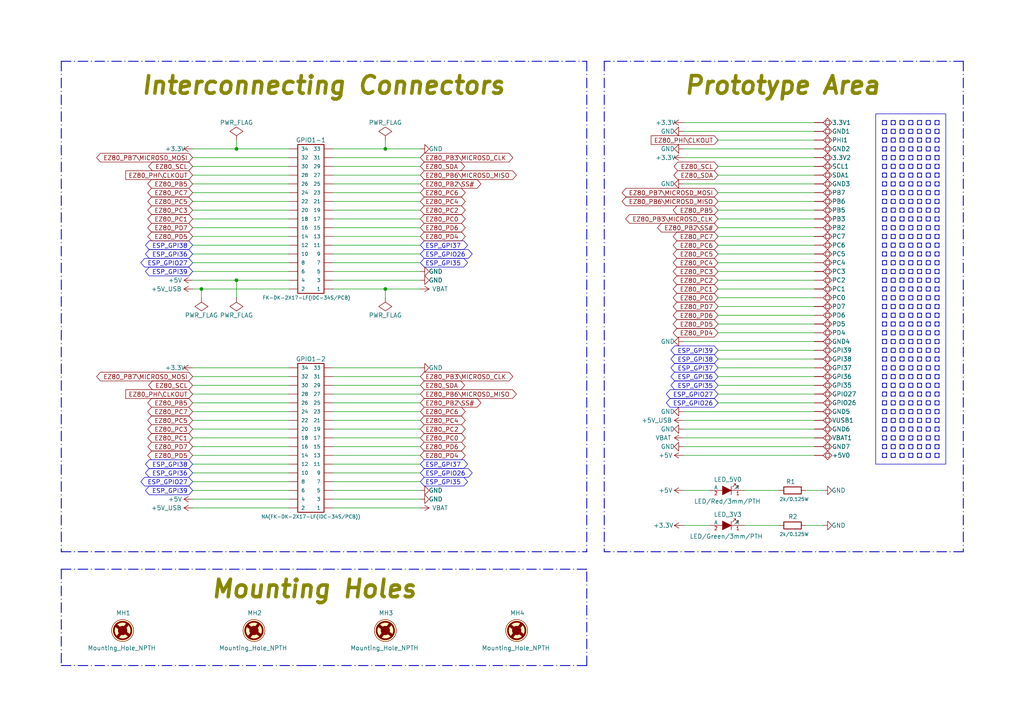
<source format=kicad_sch>
(kicad_sch (version 20230121) (generator eeschema)
  (paper "A4")
  (title_block (title "AgonLight2-PROTO") (date "2023-05-31") (rev "A") (company "OLIMEX LTD") (comment 1 "(C) 2023"))
  (junction (at 58.42 83.82))
  (junction (at 68.58 43.18))
  (junction (at 111.76 83.82))
  (junction (at 111.76 43.18))
  (junction (at 68.58 81.28))
  (polyline (pts (xy 271.145 40.005) (xy 272.415 40.005)))
  (polyline (pts (xy 268.605 93.345) (xy 268.605 94.615)))
  (polyline (pts (xy 268.605 111.125) (xy 268.605 112.395)))
  (polyline (pts (xy 262.255 108.585) (xy 262.255 109.855)))
  (polyline (pts (xy 268.605 100.965) (xy 269.875 100.965)))
  (wire (pts (xy 96.52 124.46) (xy 121.92 124.46)))
  (polyline (pts (xy 267.335 51.435) (xy 266.065 51.435)))
  (polyline (pts (xy 268.605 37.465) (xy 269.875 37.465)))
  (polyline (pts (xy 258.445 55.245) (xy 259.715 55.245)))
  (polyline (pts (xy 263.525 93.345) (xy 264.795 93.345)))
  (polyline (pts (xy 269.875 34.925) (xy 269.875 36.195)))
  (polyline (pts (xy 259.715 40.005) (xy 259.715 41.275)))
  (wire (pts (xy 233.68 152.4) (xy 238.76 152.4)))
  (polyline (pts (xy 269.875 108.585) (xy 269.875 109.855)))
  (polyline (pts (xy 266.065 65.405) (xy 267.335 65.405)))
  (polyline (pts (xy 257.175 75.565) (xy 257.175 76.835)))
  (polyline (pts (xy 269.875 65.405) (xy 269.875 66.675)))
  (polyline (pts (xy 267.335 60.325) (xy 267.335 61.595)))
  (wire (pts (xy 96.52 81.28) (xy 121.92 81.28)))
  (polyline (pts (xy 255.905 85.725) (xy 257.175 85.725)))
  (polyline (pts (xy 263.525 116.205) (xy 263.525 117.475)))
  (wire (pts (xy 236.22 96.52) (xy 208.28 96.52)))
  (polyline (pts (xy 268.605 111.125) (xy 269.875 111.125)))
  (polyline (pts (xy 264.795 52.705) (xy 264.795 53.975)))
  (wire (pts (xy 96.52 137.16) (xy 121.92 137.16)))
  (polyline (pts (xy 260.985 55.245) (xy 260.985 56.515)))
  (polyline (pts (xy 260.985 111.125) (xy 260.985 112.395)))
  (polyline (pts (xy 269.875 48.895) (xy 268.605 48.895)))
  (polyline (pts (xy 262.255 130.175) (xy 260.985 130.175)))
  (polyline (pts (xy 267.335 55.245) (xy 267.335 56.515)))
  (polyline (pts (xy 267.335 123.825) (xy 267.335 125.095)))
  (polyline (pts (xy 258.445 121.285) (xy 258.445 122.555)))
  (wire (pts (xy 236.22 91.44) (xy 208.28 91.44)))
  (polyline (pts (xy 264.795 62.865) (xy 264.795 64.135)))
  (wire (pts (xy 55.88 63.5) (xy 83.82 63.5)))
  (polyline (pts (xy 271.145 100.965) (xy 272.415 100.965)))
  (polyline (pts (xy 257.175 65.405) (xy 257.175 66.675)))
  (polyline (pts (xy 269.875 40.005) (xy 269.875 41.275)))
  (polyline (pts (xy 266.065 126.365) (xy 267.335 126.365)))
  (polyline (pts (xy 255.905 62.865) (xy 257.175 62.865)))
  (polyline (pts (xy 259.715 106.045) (xy 259.715 107.315)))
  (polyline (pts (xy 260.985 98.425) (xy 262.255 98.425)))
  (polyline (pts (xy 266.065 106.045) (xy 266.065 107.315)))
  (polyline (pts (xy 259.715 81.915) (xy 258.445 81.915)))
  (wire (pts (xy 96.52 142.24) (xy 121.92 142.24)))
  (polyline (pts (xy 262.255 83.185) (xy 262.255 84.455)))
  (polyline (pts (xy 260.985 95.885) (xy 260.985 97.155)))
  (polyline (pts (xy 267.335 64.135) (xy 266.065 64.135)))
  (polyline (pts (xy 267.335 93.345) (xy 267.335 94.615)))
  (polyline (pts (xy 255.905 45.085) (xy 257.175 45.085)))
  (polyline (pts (xy 260.985 116.205) (xy 262.255 116.205)))
  (polyline (pts (xy 269.875 36.195) (xy 268.605 36.195)))
  (wire (pts (xy 55.88 66.04) (xy 83.82 66.04)))
  (polyline (pts (xy 262.255 34.925) (xy 262.255 36.195)))
  (polyline (pts (xy 268.605 95.885) (xy 268.605 97.155)))
  (polyline (pts (xy 267.335 62.865) (xy 267.335 64.135)))
  (polyline (pts (xy 259.715 131.445) (xy 259.715 132.715)))
  (polyline (pts (xy 260.985 42.545) (xy 260.985 43.815)))
  (polyline (pts (xy 271.145 40.005) (xy 271.145 41.275)))
  (polyline (pts (xy 263.525 37.465) (xy 263.525 38.735)))
  (polyline (pts (xy 263.525 50.165) (xy 264.795 50.165)))
  (polyline (pts (xy 268.605 116.205) (xy 269.875 116.205)))
  (polyline (pts (xy 263.525 55.245) (xy 264.795 55.245)))
  (polyline (pts (xy 268.605 80.645) (xy 269.875 80.645)))
  (polyline (pts (xy 268.605 65.405) (xy 269.875 65.405)))
  (polyline (pts (xy 263.525 67.945) (xy 264.795 67.945)))
  (polyline (pts (xy 268.605 100.965) (xy 268.605 102.235)))
  (polyline (pts (xy 267.335 109.855) (xy 266.065 109.855)))
  (wire (pts (xy 236.22 40.64) (xy 208.28 40.64)))
  (polyline (pts (xy 259.715 74.295) (xy 258.445 74.295)))
  (polyline (pts (xy 269.875 103.505) (xy 269.875 104.775)))
  (polyline (pts (xy 269.875 113.665) (xy 269.875 114.935)))
  (polyline (pts (xy 269.875 85.725) (xy 269.875 86.995)))
  (polyline (pts (xy 272.415 55.245) (xy 272.415 56.515)))
  (polyline (pts (xy 271.145 100.965) (xy 271.145 102.235)))
  (polyline (pts (xy 269.875 74.295) (xy 268.605 74.295)))
  (polyline (pts (xy 259.715 34.925) (xy 259.715 36.195)))
  (polyline (pts (xy 268.605 73.025) (xy 269.875 73.025)))
  (polyline (pts (xy 266.065 88.265) (xy 267.335 88.265)))
  (polyline (pts (xy 271.145 126.365) (xy 271.145 127.635)))
  (polyline (pts (xy 257.175 93.345) (xy 257.175 94.615)))
  (polyline (pts (xy 259.715 132.715) (xy 258.445 132.715)))
  (polyline (pts (xy 268.605 126.365) (xy 269.875 126.365)))
  (polyline (pts (xy 262.255 127.635) (xy 260.985 127.635)))
  (polyline (pts (xy 255.905 85.725) (xy 255.905 86.995)))
  (polyline (pts (xy 267.335 53.975) (xy 266.065 53.975)))
  (polyline (pts (xy 258.445 65.405) (xy 259.715 65.405)))
  (polyline (pts (xy 271.145 55.245) (xy 271.145 56.515)))
  (polyline (pts (xy 268.605 60.325) (xy 268.605 61.595)))
  (polyline (pts (xy 264.795 125.095) (xy 263.525 125.095)))
  (polyline (pts (xy 262.255 109.855) (xy 260.985 109.855)))
  (wire (pts (xy 236.22 53.34) (xy 198.12 53.34)))
  (polyline (pts (xy 257.175 108.585) (xy 257.175 109.855)))
  (polyline (pts (xy 268.605 67.945) (xy 269.875 67.945)))
  (polyline (pts (xy 264.795 37.465) (xy 264.795 38.735)))
  (wire (pts (xy 55.88 60.96) (xy 83.82 60.96)))
  (polyline (pts (xy 263.525 55.245) (xy 263.525 56.515)))
  (polyline (pts (xy 268.605 50.165) (xy 268.605 51.435)))
  (polyline (pts (xy 257.175 94.615) (xy 255.905 94.615)))
  (polyline (pts (xy 268.605 123.825) (xy 269.875 123.825)))
  (polyline (pts (xy 272.415 53.975) (xy 271.145 53.975)))
  (polyline (pts (xy 269.875 57.785) (xy 269.875 59.055)))
  (polyline (pts (xy 260.985 70.485) (xy 262.255 70.485)))
  (polyline (pts (xy 272.415 40.005) (xy 272.415 41.275)))
  (polyline (pts (xy 263.525 80.645) (xy 263.525 81.915)))
  (polyline (pts (xy 262.255 88.265) (xy 262.255 89.535)))
  (polyline (pts (xy 259.715 130.175) (xy 258.445 130.175)))
  (polyline (pts (xy 266.065 106.045) (xy 267.335 106.045)))
  (polyline (pts (xy 268.605 45.085) (xy 268.605 46.355)))
  (polyline (pts (xy 263.525 126.365) (xy 264.795 126.365)))
  (wire (pts (xy 198.12 132.08) (xy 236.22 132.08)))
  (polyline (pts (xy 268.605 88.265) (xy 268.605 89.535)))
  (polyline (pts (xy 257.175 57.785) (xy 257.175 59.055)))
  (polyline (pts (xy 272.415 123.825) (xy 272.415 125.095)))
  (polyline (pts (xy 271.145 65.405) (xy 271.145 66.675)))
  (wire (pts (xy 236.22 99.06) (xy 198.12 99.06)))
  (wire (pts (xy 96.52 63.5) (xy 121.92 63.5)))
  (wire (pts (xy 236.22 114.3) (xy 208.28 114.3)))
  (polyline (pts (xy 271.145 108.585) (xy 272.415 108.585)))
  (wire (pts (xy 55.88 58.42) (xy 83.82 58.42)))
  (polyline (pts (xy 262.255 97.155) (xy 260.985 97.155)))
  (polyline (pts (xy 260.985 57.785) (xy 262.255 57.785)))
  (polyline (pts (xy 268.605 34.925) (xy 269.875 34.925)))
  (polyline (pts (xy 260.985 128.905) (xy 260.985 130.175)))
  (polyline (pts (xy 263.525 65.405) (xy 264.795 65.405)))
  (polyline (pts (xy 255.905 111.125) (xy 255.905 112.395)))
  (polyline (pts (xy 271.145 80.645) (xy 271.145 81.915)))
  (polyline (pts (xy 267.335 111.125) (xy 267.335 112.395)))
  (polyline (pts (xy 257.175 127.635) (xy 255.905 127.635)))
  (polyline (pts (xy 255.905 113.665) (xy 255.905 114.935)))
  (polyline (pts (xy 260.985 103.505) (xy 262.255 103.505)))
  (polyline (pts (xy 272.415 67.945) (xy 272.415 69.215)))
  (polyline (pts (xy 259.715 83.185) (xy 259.715 84.455)))
  (polyline (pts (xy 271.145 128.905) (xy 272.415 128.905)))
  (polyline (pts (xy 272.415 100.965) (xy 272.415 102.235)))
  (polyline (pts (xy 264.795 93.345) (xy 264.795 94.615)))
  (polyline (pts (xy 260.985 103.505) (xy 260.985 104.775)))
  (polyline (pts (xy 255.905 47.625) (xy 255.905 48.895)))
  (polyline (pts (xy 269.875 50.165) (xy 269.875 51.435)))
  (polyline (pts (xy 260.985 106.045) (xy 260.985 107.315)))
  (polyline (pts (xy 269.875 69.215) (xy 268.605 69.215)))
  (polyline (pts (xy 266.065 75.565) (xy 266.065 76.835)))
  (polyline (pts (xy 264.795 111.125) (xy 264.795 112.395)))
  (polyline (pts (xy 267.335 86.995) (xy 266.065 86.995)))
  (polyline (pts (xy 255.905 57.785) (xy 257.175 57.785)))
  (wire (pts (xy 55.88 144.78) (xy 83.82 144.78)))
  (polyline (pts (xy 259.715 71.755) (xy 258.445 71.755)))
  (wire (pts (xy 96.52 68.58) (xy 121.92 68.58)))
  (polyline (pts (xy 268.605 98.425) (xy 268.605 99.695)))
  (polyline (pts (xy 272.415 93.345) (xy 272.415 94.615)))
  (polyline (pts (xy 255.905 131.445) (xy 255.905 132.715)))
  (polyline (pts (xy 263.525 98.425) (xy 263.525 99.695)))
  (polyline (pts (xy 262.255 40.005) (xy 262.255 41.275)))
  (polyline (pts (xy 258.445 100.965) (xy 258.445 102.235)))
  (polyline (pts (xy 267.335 40.005) (xy 267.335 41.275)))
  (polyline (pts (xy 255.905 126.365) (xy 257.175 126.365)))
  (polyline (pts (xy 272.415 95.885) (xy 272.415 97.155)))
  (polyline (pts (xy 257.175 86.995) (xy 255.905 86.995)))
  (polyline (pts (xy 259.715 127.635) (xy 258.445 127.635)))
  (wire (pts (xy 55.88 114.3) (xy 83.82 114.3)))
  (polyline (pts (xy 272.415 92.075) (xy 271.145 92.075)))
  (polyline (pts (xy 267.335 50.165) (xy 267.335 51.435)))
  (polyline (pts (xy 272.415 102.235) (xy 271.145 102.235)))
  (polyline (pts (xy 272.415 126.365) (xy 272.415 127.635)))
  (polyline (pts (xy 264.795 130.175) (xy 263.525 130.175)))
  (polyline (pts (xy 263.525 47.625) (xy 264.795 47.625)))
  (polyline (pts (xy 269.875 122.555) (xy 268.605 122.555)))
  (polyline (pts (xy 263.525 100.965) (xy 263.525 102.235)))
  (polyline (pts (xy 262.255 80.645) (xy 262.255 81.915)))
  (polyline (pts (xy 259.715 42.545) (xy 259.715 43.815)))
  (polyline (pts (xy 266.065 108.585) (xy 266.065 109.855)))
  (polyline (pts (xy 267.335 120.015) (xy 266.065 120.015)))
  (polyline (pts (xy 259.715 56.515) (xy 258.445 56.515)))
  (polyline (pts (xy 258.445 111.125) (xy 258.445 112.395)))
  (polyline (pts (xy 266.065 121.285) (xy 266.065 122.555)))
  (polyline (pts (xy 271.145 93.345) (xy 272.415 93.345)))
  (wire (pts (xy 55.88 137.16) (xy 83.82 137.16)))
  (polyline (pts (xy 264.795 107.315) (xy 263.525 107.315)))
  (polyline (pts (xy 257.175 78.105) (xy 257.175 79.375)))
  (wire (pts (xy 55.88 50.8) (xy 83.82 50.8)))
  (polyline (pts (xy 267.335 74.295) (xy 266.065 74.295)))
  (polyline (pts (xy 258.445 55.245) (xy 258.445 56.515)))
  (polyline (pts (xy 268.605 131.445) (xy 269.875 131.445)))
  (polyline (pts (xy 272.415 38.735) (xy 271.145 38.735)))
  (polyline (pts (xy 266.065 52.705) (xy 266.065 53.975)))
  (polyline (pts (xy 271.145 116.205) (xy 271.145 117.475)))
  (polyline (pts (xy 272.415 70.485) (xy 272.415 71.755)))
  (polyline (pts (xy 266.065 40.005) (xy 267.335 40.005)))
  (polyline (pts (xy 259.715 112.395) (xy 258.445 112.395)))
  (polyline (pts (xy 269.875 114.935) (xy 268.605 114.935)))
  (polyline (pts (xy 267.335 37.465) (xy 267.335 38.735)))
  (polyline (pts (xy 255.905 50.165) (xy 257.175 50.165)))
  (polyline (pts (xy 263.525 118.745) (xy 263.525 120.015)))
  (polyline (pts (xy 263.525 62.865) (xy 263.525 64.135)))
  (polyline (pts (xy 266.065 95.885) (xy 267.335 95.885)))
  (wire (pts (xy 236.22 101.6) (xy 208.28 101.6)))
  (polyline (pts (xy 269.875 109.855) (xy 268.605 109.855)))
  (polyline (pts (xy 258.445 60.325) (xy 259.715 60.325)))
  (wire (pts (xy 58.42 86.36) (xy 58.42 83.82)))
  (polyline (pts (xy 257.175 50.165) (xy 257.175 51.435)))
  (polyline (pts (xy 262.255 71.755) (xy 260.985 71.755)))
  (polyline (pts (xy 260.985 55.245) (xy 262.255 55.245)))
  (polyline (pts (xy 258.445 42.545) (xy 258.445 43.815)))
  (polyline (pts (xy 271.145 73.025) (xy 271.145 74.295)))
  (polyline (pts (xy 268.605 47.625) (xy 269.875 47.625)))
  (polyline (pts (xy 268.605 85.725) (xy 268.605 86.995)))
  (polyline (pts (xy 258.445 47.625) (xy 258.445 48.895)))
  (polyline (pts (xy 266.065 45.085) (xy 267.335 45.085)))
  (polyline (pts (xy 257.175 40.005) (xy 257.175 41.275)))
  (wire (pts (xy 236.22 35.56) (xy 198.12 35.56)))
  (wire (pts (xy 55.88 134.62) (xy 83.82 134.62)))
  (polyline (pts (xy 267.335 75.565) (xy 267.335 76.835)))
  (polyline (pts (xy 255.905 65.405) (xy 255.905 66.675)))
  (polyline (pts (xy 269.875 67.945) (xy 269.875 69.215)))
  (polyline (pts (xy 260.985 95.885) (xy 262.255 95.885)))
  (polyline (pts (xy 263.525 45.085) (xy 263.525 46.355)))
  (polyline (pts (xy 266.065 113.665) (xy 267.335 113.665)))
  (polyline (pts (xy 267.335 83.185) (xy 267.335 84.455)))
  (polyline (pts (xy 17.78 17.78) (xy 17.78 160.02)) (stroke (width 0.254) (type dash_dot)))
  (polyline (pts (xy 262.255 131.445) (xy 262.255 132.715)))
  (polyline (pts (xy 266.065 70.485) (xy 267.335 70.485)))
  (polyline (pts (xy 268.605 75.565) (xy 268.605 76.835)))
  (polyline (pts (xy 268.605 123.825) (xy 268.605 125.095)))
  (polyline (pts (xy 271.145 83.185) (xy 271.145 84.455)))
  (polyline (pts (xy 266.065 57.785) (xy 267.335 57.785)))
  (polyline (pts (xy 272.415 60.325) (xy 272.415 61.595)))
  (polyline (pts (xy 258.445 116.205) (xy 258.445 117.475)))
  (polyline (pts (xy 260.985 106.045) (xy 262.255 106.045)))
  (polyline (pts (xy 255.905 98.425) (xy 257.175 98.425)))
  (wire (pts (xy 236.22 58.42) (xy 208.28 58.42)))
  (polyline (pts (xy 272.415 118.745) (xy 272.415 120.015)))
  (polyline (pts (xy 262.255 117.475) (xy 260.985 117.475)))
  (polyline (pts (xy 267.335 131.445) (xy 267.335 132.715)))
  (polyline (pts (xy 258.445 128.905) (xy 259.715 128.905)))
  (wire (pts (xy 111.76 43.18) (xy 121.92 43.18)))
  (polyline (pts (xy 266.065 116.205) (xy 266.065 117.475)))
  (polyline (pts (xy 271.145 50.165) (xy 272.415 50.165)))
  (polyline (pts (xy 259.715 73.025) (xy 259.715 74.295)))
  (polyline (pts (xy 272.415 78.105) (xy 272.415 79.375)))
  (polyline (pts (xy 264.795 47.625) (xy 264.795 48.895)))
  (polyline (pts (xy 263.525 128.905) (xy 263.525 130.175)))
  (polyline (pts (xy 269.875 84.455) (xy 268.605 84.455)))
  (polyline (pts (xy 259.715 60.325) (xy 259.715 61.595)))
  (polyline (pts (xy 268.605 55.245) (xy 268.605 56.515)))
  (polyline (pts (xy 271.145 106.045) (xy 272.415 106.045)))
  (wire (pts (xy 236.22 76.2) (xy 208.28 76.2)))
  (polyline (pts (xy 257.175 117.475) (xy 255.905 117.475)))
  (polyline (pts (xy 257.175 88.265) (xy 257.175 89.535)))
  (polyline (pts (xy 262.255 60.325) (xy 262.255 61.595)))
  (polyline (pts (xy 258.445 126.365) (xy 258.445 127.635)))
  (polyline (pts (xy 258.445 123.825) (xy 259.715 123.825)))
  (wire (pts (xy 55.88 48.26) (xy 83.82 48.26)))
  (polyline (pts (xy 264.795 121.285) (xy 264.795 122.555)))
  (polyline (pts (xy 264.795 127.635) (xy 263.525 127.635)))
  (polyline (pts (xy 258.445 40.005) (xy 259.715 40.005)))
  (polyline (pts (xy 268.605 62.865) (xy 268.605 64.135)))
  (polyline (pts (xy 264.795 86.995) (xy 263.525 86.995)))
  (polyline (pts (xy 257.175 130.175) (xy 255.905 130.175)))
  (polyline (pts (xy 267.335 79.375) (xy 266.065 79.375)))
  (polyline (pts (xy 269.875 100.965) (xy 269.875 102.235)))
  (wire (pts (xy 236.22 43.18) (xy 198.12 43.18)))
  (polyline (pts (xy 262.255 85.725) (xy 262.255 86.995)))
  (polyline (pts (xy 268.605 34.925) (xy 268.605 36.195)))
  (wire (pts (xy 236.22 104.14) (xy 208.28 104.14)))
  (polyline (pts (xy 260.985 67.945) (xy 260.985 69.215)))
  (polyline (pts (xy 267.335 65.405) (xy 267.335 66.675)))
  (polyline (pts (xy 266.065 98.425) (xy 267.335 98.425)))
  (polyline (pts (xy 266.065 83.185) (xy 267.335 83.185)))
  (polyline (pts (xy 268.605 75.565) (xy 269.875 75.565)))
  (polyline (pts (xy 271.145 93.345) (xy 271.145 94.615)))
  (polyline (pts (xy 268.605 88.265) (xy 269.875 88.265)))
  (polyline (pts (xy 272.415 80.645) (xy 272.415 81.915)))
  (polyline (pts (xy 262.255 95.885) (xy 262.255 97.155)))
  (polyline (pts (xy 272.415 51.435) (xy 271.145 51.435)))
  (polyline (pts (xy 255.905 121.285) (xy 257.175 121.285)))
  (polyline (pts (xy 260.985 126.365) (xy 260.985 127.635)))
  (polyline (pts (xy 266.065 123.825) (xy 266.065 125.095)))
  (polyline (pts (xy 268.605 70.485) (xy 268.605 71.755)))
  (polyline (pts (xy 258.445 65.405) (xy 258.445 66.675)))
  (wire (pts (xy 236.22 78.74) (xy 208.28 78.74)))
  (polyline (pts (xy 266.065 103.505) (xy 266.065 104.775)))
  (polyline (pts (xy 263.525 116.205) (xy 264.795 116.205)))
  (wire (pts (xy 236.22 106.68) (xy 208.28 106.68)))
  (polyline (pts (xy 272.415 116.205) (xy 272.415 117.475)))
  (polyline (pts (xy 258.445 34.925) (xy 258.445 36.195)))
  (polyline (pts (xy 266.065 75.565) (xy 267.335 75.565)))
  (polyline (pts (xy 263.525 34.925) (xy 263.525 36.195)))
  (wire (pts (xy 55.88 73.66) (xy 83.82 73.66)))
  (polyline (pts (xy 262.255 103.505) (xy 262.255 104.775)))
  (polyline (pts (xy 259.715 104.775) (xy 258.445 104.775)))
  (polyline (pts (xy 260.985 80.645) (xy 262.255 80.645)))
  (polyline (pts (xy 268.605 128.905) (xy 268.605 130.175)))
  (polyline (pts (xy 257.175 74.295) (xy 255.905 74.295)))
  (polyline (pts (xy 271.145 111.125) (xy 271.145 112.395)))
  (wire (pts (xy 68.58 43.18) (xy 83.82 43.18)))
  (polyline (pts (xy 272.415 64.135) (xy 271.145 64.135)))
  (polyline (pts (xy 264.795 46.355) (xy 263.525 46.355)))
  (polyline (pts (xy 259.715 69.215) (xy 258.445 69.215)))
  (wire (pts (xy 55.88 106.68) (xy 83.82 106.68)))
  (polyline (pts (xy 266.065 70.485) (xy 266.065 71.755)))
  (polyline (pts (xy 257.175 104.775) (xy 255.905 104.775)))
  (polyline (pts (xy 257.175 92.075) (xy 255.905 92.075)))
  (polyline (pts (xy 264.795 55.245) (xy 264.795 56.515)))
  (wire (pts (xy 58.42 83.82) (xy 83.82 83.82)))
  (polyline (pts (xy 258.445 73.025) (xy 258.445 74.295)))
  (polyline (pts (xy 258.445 93.345) (xy 259.715 93.345)))
  (polyline (pts (xy 259.715 37.465) (xy 259.715 38.735)))
  (polyline (pts (xy 263.525 95.885) (xy 264.795 95.885)))
  (polyline (pts (xy 267.335 88.265) (xy 267.335 89.535)))
  (polyline (pts (xy 263.525 73.025) (xy 263.525 74.295)))
  (polyline (pts (xy 266.065 37.465) (xy 267.335 37.465)))
  (polyline (pts (xy 271.145 113.665) (xy 271.145 114.935)))
  (polyline (pts (xy 257.175 128.905) (xy 257.175 130.175)))
  (polyline (pts (xy 263.525 103.505) (xy 263.525 104.775)))
  (polyline (pts (xy 257.175 120.015) (xy 255.905 120.015)))
  (polyline (pts (xy 268.605 103.505) (xy 269.875 103.505)))
  (polyline (pts (xy 272.415 59.055) (xy 271.145 59.055)))
  (polyline (pts (xy 262.255 106.045) (xy 262.255 107.315)))
  (polyline (pts (xy 257.175 56.515) (xy 255.905 56.515)))
  (polyline (pts (xy 263.525 62.865) (xy 264.795 62.865)))
  (polyline (pts (xy 259.715 84.455) (xy 258.445 84.455)))
  (polyline (pts (xy 257.175 59.055) (xy 255.905 59.055)))
  (polyline (pts (xy 268.605 131.445) (xy 268.605 132.715)))
  (polyline (pts (xy 263.525 73.025) (xy 264.795 73.025)))
  (polyline (pts (xy 262.255 70.485) (xy 262.255 71.755)))
  (polyline (pts (xy 264.795 74.295) (xy 263.525 74.295)))
  (polyline (pts (xy 259.715 118.745) (xy 259.715 120.015)))
  (polyline (pts (xy 264.795 60.325) (xy 264.795 61.595)))
  (polyline (pts (xy 262.255 79.375) (xy 260.985 79.375)))
  (polyline (pts (xy 257.175 62.865) (xy 257.175 64.135)))
  (polyline (pts (xy 266.065 93.345) (xy 266.065 94.615)))
  (wire (pts (xy 96.52 106.68) (xy 121.92 106.68)))
  (polyline (pts (xy 260.985 52.705) (xy 260.985 53.975)))
  (polyline (pts (xy 269.875 52.705) (xy 269.875 53.975)))
  (polyline (pts (xy 272.415 132.715) (xy 271.145 132.715)))
  (polyline (pts (xy 269.875 59.055) (xy 268.605 59.055)))
  (polyline (pts (xy 262.255 73.025) (xy 262.255 74.295)))
  (wire (pts (xy 96.52 53.34) (xy 121.92 53.34)))
  (polyline (pts (xy 268.605 50.165) (xy 269.875 50.165)))
  (polyline (pts (xy 272.415 112.395) (xy 271.145 112.395)))
  (polyline (pts (xy 268.605 65.405) (xy 268.605 66.675)))
  (polyline (pts (xy 268.605 57.785) (xy 269.875 57.785)))
  (polyline (pts (xy 264.795 106.045) (xy 264.795 107.315)))
  (polyline (pts (xy 267.335 78.105) (xy 267.335 79.375)))
  (polyline (pts (xy 260.985 123.825) (xy 260.985 125.095)))
  (polyline (pts (xy 263.525 113.665) (xy 264.795 113.665)))
  (polyline (pts (xy 260.985 131.445) (xy 262.255 131.445)))
  (polyline (pts (xy 257.175 132.715) (xy 255.905 132.715)))
  (polyline (pts (xy 272.415 83.185) (xy 272.415 84.455)))
  (polyline (pts (xy 264.795 94.615) (xy 263.525 94.615)))
  (polyline (pts (xy 271.145 131.445) (xy 271.145 132.715)))
  (polyline (pts (xy 264.795 84.455) (xy 263.525 84.455)))
  (polyline (pts (xy 260.985 113.665) (xy 262.255 113.665)))
  (polyline (pts (xy 272.415 97.155) (xy 271.145 97.155)))
  (polyline (pts (xy 263.525 78.105) (xy 263.525 79.375)))
  (polyline (pts (xy 267.335 71.755) (xy 266.065 71.755)))
  (polyline (pts (xy 259.715 113.665) (xy 259.715 114.935)))
  (polyline (pts (xy 260.985 83.185) (xy 262.255 83.185)))
  (polyline (pts (xy 259.715 45.085) (xy 259.715 46.355)))
  (polyline (pts (xy 264.795 85.725) (xy 264.795 86.995)))
  (polyline (pts (xy 262.255 114.935) (xy 260.985 114.935)))
  (polyline (pts (xy 255.905 95.885) (xy 257.175 95.885)))
  (polyline (pts (xy 262.255 116.205) (xy 262.255 117.475)))
  (polyline (pts (xy 262.255 76.835) (xy 260.985 76.835)))
  (polyline (pts (xy 271.145 67.945) (xy 272.415 67.945)))
  (polyline (pts (xy 260.985 47.625) (xy 262.255 47.625)))
  (polyline (pts (xy 267.335 47.625) (xy 267.335 48.895)))
  (polyline (pts (xy 268.605 45.085) (xy 269.875 45.085)))
  (polyline (pts (xy 255.905 83.185) (xy 255.905 84.455)))
  (polyline (pts (xy 258.445 78.105) (xy 258.445 79.375)))
  (polyline (pts (xy 269.875 118.745) (xy 269.875 120.015)))
  (polyline (pts (xy 271.145 98.425) (xy 272.415 98.425)))
  (polyline (pts (xy 269.875 106.045) (xy 269.875 107.315)))
  (polyline (pts (xy 264.795 89.535) (xy 263.525 89.535)))
  (polyline (pts (xy 271.145 103.505) (xy 271.145 104.775)))
  (polyline (pts (xy 255.905 34.925) (xy 255.905 36.195)))
  (polyline (pts (xy 267.335 81.915) (xy 266.065 81.915)))
  (polyline (pts (xy 264.795 36.195) (xy 263.525 36.195)))
  (polyline (pts (xy 259.715 46.355) (xy 258.445 46.355)))
  (polyline (pts (xy 266.065 121.285) (xy 267.335 121.285)))
  (wire (pts (xy 236.22 66.04) (xy 208.28 66.04)))
  (polyline (pts (xy 257.175 69.215) (xy 255.905 69.215)))
  (polyline (pts (xy 271.145 123.825) (xy 272.415 123.825)))
  (polyline (pts (xy 263.525 90.805) (xy 264.795 90.805)))
  (polyline (pts (xy 272.415 76.835) (xy 271.145 76.835)))
  (polyline (pts (xy 17.78 165.1) (xy 86.36 165.1)) (stroke (width 0.254) (type dash_dot)))
  (polyline (pts (xy 262.255 112.395) (xy 260.985 112.395)))
  (polyline (pts (xy 260.985 90.805) (xy 262.255 90.805)))
  (polyline (pts (xy 269.875 43.815) (xy 268.605 43.815)))
  (polyline (pts (xy 259.715 52.705) (xy 259.715 53.975)))
  (polyline (pts (xy 258.445 47.625) (xy 259.715 47.625)))
  (polyline (pts (xy 260.985 40.005) (xy 260.985 41.275)))
  (polyline (pts (xy 263.525 95.885) (xy 263.525 97.155)))
  (polyline (pts (xy 260.985 111.125) (xy 262.255 111.125)))
  (polyline (pts (xy 268.605 42.545) (xy 268.605 43.815)))
  (polyline (pts (xy 257.175 100.965) (xy 257.175 102.235)))
  (polyline (pts (xy 264.795 48.895) (xy 263.525 48.895)))
  (polyline (pts (xy 260.985 93.345) (xy 260.985 94.615)))
  (polyline (pts (xy 264.795 71.755) (xy 263.525 71.755)))
  (polyline (pts (xy 264.795 118.745) (xy 264.795 120.015)))
  (polyline (pts (xy 268.605 90.805) (xy 269.875 90.805)))
  (polyline (pts (xy 260.985 90.805) (xy 260.985 92.075)))
  (wire (pts (xy 55.88 119.38) (xy 83.82 119.38)))
  (wire (pts (xy 236.22 68.58) (xy 208.28 68.58)))
  (polyline (pts (xy 268.605 98.425) (xy 269.875 98.425)))
  (polyline (pts (xy 255.905 103.505) (xy 255.905 104.775)))
  (polyline (pts (xy 271.145 85.725) (xy 271.145 86.995)))
  (polyline (pts (xy 259.715 57.785) (xy 259.715 59.055)))
  (polyline (pts (xy 269.875 111.125) (xy 269.875 112.395)))
  (polyline (pts (xy 259.715 102.235) (xy 258.445 102.235)))
  (polyline (pts (xy 269.875 64.135) (xy 268.605 64.135)))
  (polyline (pts (xy 269.875 97.155) (xy 268.605 97.155)))
  (polyline (pts (xy 269.875 86.995) (xy 268.605 86.995)))
  (polyline (pts (xy 255.905 34.925) (xy 257.175 34.925)))
  (polyline (pts (xy 258.445 88.265) (xy 259.715 88.265)))
  (polyline (pts (xy 262.255 126.365) (xy 262.255 127.635)))
  (polyline (pts (xy 259.715 97.155) (xy 258.445 97.155)))
  (polyline (pts (xy 260.985 78.105) (xy 260.985 79.375)))
  (polyline (pts (xy 264.795 59.055) (xy 263.525 59.055)))
  (polyline (pts (xy 255.905 121.285) (xy 255.905 122.555)))
  (polyline (pts (xy 262.255 45.085) (xy 262.255 46.355)))
  (polyline (pts (xy 257.175 84.455) (xy 255.905 84.455)))
  (polyline (pts (xy 271.145 34.925) (xy 271.145 36.195)))
  (polyline (pts (xy 272.415 108.585) (xy 272.415 109.855)))
  (polyline (pts (xy 255.905 78.105) (xy 257.175 78.105)))
  (polyline (pts (xy 260.985 73.025) (xy 262.255 73.025)))
  (polyline (pts (xy 260.985 121.285) (xy 262.255 121.285)))
  (polyline (pts (xy 264.795 65.405) (xy 264.795 66.675)))
  (polyline (pts (xy 258.445 62.865) (xy 258.445 64.135)))
  (polyline (pts (xy 257.175 34.925) (xy 257.175 36.195)))
  (polyline (pts (xy 272.415 69.215) (xy 271.145 69.215)))
  (polyline (pts (xy 272.415 43.815) (xy 271.145 43.815)))
  (polyline (pts (xy 264.795 108.585) (xy 264.795 109.855)))
  (polyline (pts (xy 269.875 76.835) (xy 268.605 76.835)))
  (polyline (pts (xy 255.905 108.585) (xy 255.905 109.855)))
  (polyline (pts (xy 260.985 34.925) (xy 262.255 34.925)))
  (polyline (pts (xy 257.175 131.445) (xy 257.175 132.715)))
  (polyline (pts (xy 259.715 66.675) (xy 258.445 66.675)))
  (polyline (pts (xy 260.985 83.185) (xy 260.985 84.455)))
  (polyline (pts (xy 170.18 193.04) (xy 170.18 165.1)) (stroke (width 0.254) (type dash_dot)))
  (polyline (pts (xy 266.065 67.945) (xy 267.335 67.945)))
  (polyline (pts (xy 255.905 78.105) (xy 255.905 79.375)))
  (polyline (pts (xy 266.065 34.925) (xy 267.335 34.925)))
  (polyline (pts (xy 268.605 83.185) (xy 269.875 83.185)))
  (polyline (pts (xy 269.875 89.535) (xy 268.605 89.535)))
  (polyline (pts (xy 259.715 93.345) (xy 259.715 94.615)))
  (polyline (pts (xy 255.905 50.165) (xy 255.905 51.435)))
  (polyline (pts (xy 260.985 62.865) (xy 262.255 62.865)))
  (polyline (pts (xy 262.255 57.785) (xy 262.255 59.055)))
  (polyline (pts (xy 259.715 126.365) (xy 259.715 127.635)))
  (polyline (pts (xy 262.255 66.675) (xy 260.985 66.675)))
  (polyline (pts (xy 258.445 40.005) (xy 258.445 41.275)))
  (wire (pts (xy 55.88 121.92) (xy 83.82 121.92)))
  (polyline (pts (xy 266.065 62.865) (xy 266.065 64.135)))
  (polyline (pts (xy 262.255 81.915) (xy 260.985 81.915)))
  (polyline (pts (xy 257.175 53.975) (xy 255.905 53.975)))
  (polyline (pts (xy 264.795 80.645) (xy 264.795 81.915)))
  (polyline (pts (xy 264.795 131.445) (xy 264.795 132.715)))
  (polyline (pts (xy 271.145 118.745) (xy 272.415 118.745)))
  (polyline (pts (xy 271.145 106.045) (xy 271.145 107.315)))
  (polyline (pts (xy 272.415 41.275) (xy 271.145 41.275)))
  (polyline (pts (xy 263.525 67.945) (xy 263.525 69.215)))
  (polyline (pts (xy 271.145 95.885) (xy 271.145 97.155)))
  (wire (pts (xy 55.88 68.58) (xy 83.82 68.58)))
  (polyline (pts (xy 262.255 78.105) (xy 262.255 79.375)))
  (polyline (pts (xy 272.415 94.615) (xy 271.145 94.615)))
  (polyline (pts (xy 271.145 65.405) (xy 272.415 65.405)))
  (polyline (pts (xy 257.175 90.805) (xy 257.175 92.075)))
  (polyline (pts (xy 264.795 90.805) (xy 264.795 92.075)))
  (polyline (pts (xy 262.255 46.355) (xy 260.985 46.355)))
  (polyline (pts (xy 258.445 128.905) (xy 258.445 130.175)))
  (polyline (pts (xy 262.255 74.295) (xy 260.985 74.295)))
  (polyline (pts (xy 266.065 116.205) (xy 267.335 116.205)))
  (polyline (pts (xy 272.415 125.095) (xy 271.145 125.095)))
  (polyline (pts (xy 264.795 114.935) (xy 263.525 114.935)))
  (polyline (pts (xy 260.985 65.405) (xy 260.985 66.675)))
  (polyline (pts (xy 264.795 64.135) (xy 263.525 64.135)))
  (polyline (pts (xy 271.145 50.165) (xy 271.145 51.435)))
  (polyline (pts (xy 262.255 102.235) (xy 260.985 102.235)))
  (polyline (pts (xy 268.605 126.365) (xy 268.605 127.635)))
  (polyline (pts (xy 269.875 126.365) (xy 269.875 127.635)))
  (polyline (pts (xy 259.715 41.275) (xy 258.445 41.275)))
  (polyline (pts (xy 264.795 92.075) (xy 263.525 92.075)))
  (polyline (pts (xy 258.445 67.945) (xy 259.715 67.945)))
  (polyline (pts (xy 272.415 66.675) (xy 271.145 66.675)))
  (polyline (pts (xy 263.525 113.665) (xy 263.525 114.935)))
  (polyline (pts (xy 271.145 62.865) (xy 271.145 64.135)))
  (polyline (pts (xy 255.905 106.045) (xy 255.905 107.315)))
  (polyline (pts (xy 262.255 86.995) (xy 260.985 86.995)))
  (polyline (pts (xy 255.905 106.045) (xy 257.175 106.045)))
  (polyline (pts (xy 269.875 94.615) (xy 268.605 94.615)))
  (polyline (pts (xy 269.875 61.595) (xy 268.605 61.595)))
  (polyline (pts (xy 267.335 76.835) (xy 266.065 76.835)))
  (polyline (pts (xy 259.715 65.405) (xy 259.715 66.675)))
  (polyline (pts (xy 258.445 113.665) (xy 259.715 113.665)))
  (polyline (pts (xy 267.335 73.025) (xy 267.335 74.295)))
  (polyline (pts (xy 260.985 108.585) (xy 262.255 108.585)))
  (polyline (pts (xy 263.525 47.625) (xy 263.525 48.895)))
  (polyline (pts (xy 262.255 61.595) (xy 260.985 61.595)))
  (wire (pts (xy 236.22 109.22) (xy 208.28 109.22)))
  (polyline (pts (xy 263.525 52.705) (xy 263.525 53.975)))
  (polyline (pts (xy 271.145 37.465) (xy 272.415 37.465)))
  (polyline (pts (xy 268.605 93.345) (xy 269.875 93.345)))
  (polyline (pts (xy 267.335 117.475) (xy 266.065 117.475)))
  (polyline (pts (xy 257.175 37.465) (xy 257.175 38.735)))
  (polyline (pts (xy 266.065 123.825) (xy 267.335 123.825)))
  (polyline (pts (xy 269.875 79.375) (xy 268.605 79.375)))
  (polyline (pts (xy 258.445 83.185) (xy 258.445 84.455)))
  (polyline (pts (xy 257.175 42.545) (xy 257.175 43.815)))
  (polyline (pts (xy 262.255 67.945) (xy 262.255 69.215)))
  (polyline (pts (xy 255.905 116.205) (xy 257.175 116.205)))
  (polyline (pts (xy 257.175 125.095) (xy 255.905 125.095)))
  (polyline (pts (xy 255.905 108.585) (xy 257.175 108.585)))
  (polyline (pts (xy 258.445 70.485) (xy 259.715 70.485)))
  (polyline (pts (xy 264.795 45.085) (xy 264.795 46.355)))
  (polyline (pts (xy 255.905 60.325) (xy 255.905 61.595)))
  (polyline (pts (xy 267.335 46.355) (xy 266.065 46.355)))
  (polyline (pts (xy 272.415 106.045) (xy 272.415 107.315)))
  (polyline (pts (xy 260.985 62.865) (xy 260.985 64.135)))
  (wire (pts (xy 236.22 81.28) (xy 208.28 81.28)))
  (wire (pts (xy 55.88 55.88) (xy 83.82 55.88)))
  (polyline (pts (xy 257.175 121.285) (xy 257.175 122.555)))
  (polyline (pts (xy 263.525 42.545) (xy 264.795 42.545)))
  (polyline (pts (xy 272.415 46.355) (xy 271.145 46.355)))
  (polyline (pts (xy 264.795 56.515) (xy 263.525 56.515)))
  (polyline (pts (xy 255.905 123.825) (xy 255.905 125.095)))
  (polyline (pts (xy 262.255 92.075) (xy 260.985 92.075)))
  (wire (pts (xy 111.76 86.36) (xy 111.76 83.82)))
  (polyline (pts (xy 272.415 75.565) (xy 272.415 76.835)))
  (polyline (pts (xy 259.715 79.375) (xy 258.445 79.375)))
  (polyline (pts (xy 255.905 55.245) (xy 257.175 55.245)))
  (polyline (pts (xy 258.445 100.965) (xy 259.715 100.965)))
  (polyline (pts (xy 264.795 123.825) (xy 264.795 125.095)))
  (polyline (pts (xy 267.335 125.095) (xy 266.065 125.095)))
  (polyline (pts (xy 259.715 48.895) (xy 258.445 48.895)))
  (polyline (pts (xy 262.255 128.905) (xy 262.255 130.175)))
  (polyline (pts (xy 266.065 65.405) (xy 266.065 66.675)))
  (polyline (pts (xy 266.065 83.185) (xy 266.065 84.455)))
  (polyline (pts (xy 259.715 114.935) (xy 258.445 114.935)))
  (wire (pts (xy 55.88 81.28) (xy 68.58 81.28)))
  (polyline (pts (xy 255.905 128.905) (xy 257.175 128.905)))
  (polyline (pts (xy 267.335 48.895) (xy 266.065 48.895)))
  (polyline (pts (xy 260.985 37.465) (xy 260.985 38.735)))
  (wire (pts (xy 236.22 38.1) (xy 198.12 38.1)))
  (polyline (pts (xy 263.525 108.585) (xy 264.795 108.585)))
  (polyline (pts (xy 260.985 75.565) (xy 262.255 75.565)))
  (polyline (pts (xy 257.175 98.425) (xy 257.175 99.695)))
  (wire (pts (xy 236.22 55.88) (xy 208.28 55.88)))
  (polyline (pts (xy 272.415 50.165) (xy 272.415 51.435)))
  (polyline (pts (xy 255.905 57.785) (xy 255.905 59.055)))
  (polyline (pts (xy 264.795 88.265) (xy 264.795 89.535)))
  (wire (pts (xy 236.22 83.82) (xy 208.28 83.82)))
  (polyline (pts (xy 258.445 83.185) (xy 259.715 83.185)))
  (polyline (pts (xy 269.875 60.325) (xy 269.875 61.595)))
  (wire (pts (xy 236.22 50.8) (xy 208.28 50.8)))
  (polyline (pts (xy 260.985 50.165) (xy 262.255 50.165)))
  (polyline (pts (xy 255.905 65.405) (xy 257.175 65.405)))
  (polyline (pts (xy 267.335 70.485) (xy 267.335 71.755)))
  (polyline (pts (xy 258.445 85.725) (xy 259.715 85.725)))
  (polyline (pts (xy 269.875 132.715) (xy 268.605 132.715)))
  (polyline (pts (xy 272.415 42.545) (xy 272.415 43.815)))
  (polyline (pts (xy 271.145 121.285) (xy 272.415 121.285)))
  (polyline (pts (xy 263.525 75.565) (xy 264.795 75.565)))
  (polyline (pts (xy 263.525 83.185) (xy 263.525 84.455)))
  (polyline (pts (xy 271.145 52.705) (xy 272.415 52.705)))
  (polyline (pts (xy 269.875 104.775) (xy 268.605 104.775)))
  (polyline (pts (xy 267.335 99.695) (xy 266.065 99.695)))
  (polyline (pts (xy 257.175 73.025) (xy 257.175 74.295)))
  (polyline (pts (xy 268.605 40.005) (xy 269.875 40.005)))
  (polyline (pts (xy 269.875 51.435) (xy 268.605 51.435)))
  (polyline (pts (xy 267.335 34.925) (xy 267.335 36.195)))
  (polyline (pts (xy 260.985 60.325) (xy 260.985 61.595)))
  (polyline (pts (xy 264.795 128.905) (xy 264.795 130.175)))
  (polyline (pts (xy 260.985 118.745) (xy 262.255 118.745)))
  (polyline (pts (xy 271.145 75.565) (xy 272.415 75.565)))
  (wire (pts (xy 236.22 127) (xy 198.12 127)))
  (polyline (pts (xy 258.445 57.785) (xy 259.715 57.785)))
  (wire (pts (xy 55.88 83.82) (xy 58.42 83.82)))
  (polyline (pts (xy 268.605 108.585) (xy 269.875 108.585)))
  (polyline (pts (xy 269.875 78.105) (xy 269.875 79.375)))
  (polyline (pts (xy 271.145 47.625) (xy 271.145 48.895)))
  (polyline (pts (xy 269.875 55.245) (xy 269.875 56.515)))
  (polyline (pts (xy 272.415 48.895) (xy 271.145 48.895)))
  (polyline (pts (xy 259.715 62.865) (xy 259.715 64.135)))
  (polyline (pts (xy 269.875 80.645) (xy 269.875 81.915)))
  (polyline (pts (xy 260.985 67.945) (xy 262.255 67.945)))
  (polyline (pts (xy 260.985 100.965) (xy 260.985 102.235)))
  (polyline (pts (xy 263.525 70.485) (xy 263.525 71.755)))
  (wire (pts (xy 55.88 53.34) (xy 83.82 53.34)))
  (polyline (pts (xy 271.145 73.025) (xy 272.415 73.025)))
  (polyline (pts (xy 268.605 67.945) (xy 268.605 69.215)))
  (polyline (pts (xy 257.175 36.195) (xy 255.905 36.195)))
  (polyline (pts (xy 260.985 126.365) (xy 262.255 126.365)))
  (polyline (pts (xy 260.985 123.825) (xy 262.255 123.825)))
  (polyline (pts (xy 259.715 88.265) (xy 259.715 89.535)))
  (polyline (pts (xy 255.905 93.345) (xy 255.905 94.615)))
  (polyline (pts (xy 263.525 85.725) (xy 263.525 86.995)))
  (polyline (pts (xy 266.065 108.585) (xy 267.335 108.585)))
  (polyline (pts (xy 257.175 81.915) (xy 255.905 81.915)))
  (polyline (pts (xy 259.715 111.125) (xy 259.715 112.395)))
  (polyline (pts (xy 255.905 123.825) (xy 257.175 123.825)))
  (polyline (pts (xy 266.065 37.465) (xy 266.065 38.735)))
  (polyline (pts (xy 272.415 86.995) (xy 271.145 86.995)))
  (wire (pts (xy 236.22 86.36) (xy 208.28 86.36)))
  (polyline (pts (xy 272.415 52.705) (xy 272.415 53.975)))
  (polyline (pts (xy 268.605 121.285) (xy 268.605 122.555)))
  (wire (pts (xy 96.52 76.2) (xy 121.92 76.2)))
  (polyline (pts (xy 258.445 106.045) (xy 258.445 107.315)))
  (polyline (pts (xy 272.415 62.865) (xy 272.415 64.135)))
  (polyline (pts (xy 260.985 70.485) (xy 260.985 71.755)))
  (polyline (pts (xy 259.715 36.195) (xy 258.445 36.195)))
  (wire (pts (xy 96.52 111.76) (xy 121.92 111.76)))
  (polyline (pts (xy 267.335 94.615) (xy 266.065 94.615)))
  (wire (pts (xy 198.12 142.24) (xy 205.74 142.24)))
  (polyline (pts (xy 88.9 165.1) (xy 93.98 165.1)) (stroke (width 0.254) (type dash_dot)))
  (polyline (pts (xy 259.715 90.805) (xy 259.715 92.075)))
  (polyline (pts (xy 267.335 42.545) (xy 267.335 43.815)))
  (polyline (pts (xy 264.795 67.945) (xy 264.795 69.215)))
  (wire (pts (xy 236.22 63.5) (xy 208.28 63.5)))
  (wire (pts (xy 96.52 58.42) (xy 121.92 58.42)))
  (wire (pts (xy 96.52 139.7) (xy 121.92 139.7)))
  (polyline (pts (xy 259.715 75.565) (xy 259.715 76.835)))
  (polyline (pts (xy 268.605 78.105) (xy 269.875 78.105)))
  (polyline (pts (xy 255.905 111.125) (xy 257.175 111.125)))
  (polyline (pts (xy 262.255 98.425) (xy 262.255 99.695)))
  (polyline (pts (xy 266.065 60.325) (xy 266.065 61.595)))
  (polyline (pts (xy 267.335 67.945) (xy 267.335 69.215)))
  (polyline (pts (xy 266.065 111.125) (xy 267.335 111.125)))
  (polyline (pts (xy 266.065 113.665) (xy 266.065 114.935)))
  (wire (pts (xy 68.58 86.36) (xy 68.58 81.28)))
  (polyline (pts (xy 257.175 46.355) (xy 255.905 46.355)))
  (polyline (pts (xy 266.065 126.365) (xy 266.065 127.635)))
  (polyline (pts (xy 264.795 51.435) (xy 263.525 51.435)))
  (polyline (pts (xy 260.985 45.085) (xy 262.255 45.085)))
  (polyline (pts (xy 266.065 34.925) (xy 266.065 36.195)))
  (polyline (pts (xy 262.255 52.705) (xy 262.255 53.975)))
  (wire (pts (xy 96.52 121.92) (xy 121.92 121.92)))
  (polyline (pts (xy 272.415 45.085) (xy 272.415 46.355)))
  (polyline (pts (xy 271.145 95.885) (xy 272.415 95.885)))
  (polyline (pts (xy 271.145 123.825) (xy 271.145 125.095)))
  (polyline (pts (xy 272.415 127.635) (xy 271.145 127.635)))
  (polyline (pts (xy 257.175 80.645) (xy 257.175 81.915)))
  (polyline (pts (xy 271.145 98.425) (xy 271.145 99.695)))
  (polyline (pts (xy 268.605 128.905) (xy 269.875 128.905)))
  (polyline (pts (xy 264.795 43.815) (xy 263.525 43.815)))
  (polyline (pts (xy 259.715 55.245) (xy 259.715 56.515)))
  (polyline (pts (xy 255.905 113.665) (xy 257.175 113.665)))
  (polyline (pts (xy 263.525 108.585) (xy 263.525 109.855)))
  (polyline (pts (xy 257.175 103.505) (xy 257.175 104.775)))
  (polyline (pts (xy 267.335 97.155) (xy 266.065 97.155)))
  (polyline (pts (xy 263.525 40.005) (xy 264.795 40.005)))
  (polyline (pts (xy 255.905 60.325) (xy 257.175 60.325)))
  (polyline (pts (xy 264.795 75.565) (xy 264.795 76.835)))
  (polyline (pts (xy 17.78 193.04) (xy 88.9 193.04)) (stroke (width 0.254) (type dash_dot)))
  (polyline (pts (xy 266.065 111.125) (xy 266.065 112.395)))
  (polyline (pts (xy 267.335 118.745) (xy 267.335 120.015)))
  (polyline (pts (xy 268.605 116.205) (xy 268.605 117.475)))
  (polyline (pts (xy 271.145 60.325) (xy 271.145 61.595)))
  (polyline (pts (xy 259.715 125.095) (xy 258.445 125.095)))
  (polyline (pts (xy 271.145 70.485) (xy 272.415 70.485)))
  (polyline (pts (xy 260.985 108.585) (xy 260.985 109.855)))
  (polyline (pts (xy 255.905 45.085) (xy 255.905 46.355)))
  (polyline (pts (xy 255.905 131.445) (xy 257.175 131.445)))
  (polyline (pts (xy 262.255 48.895) (xy 260.985 48.895)))
  (polyline (pts (xy 263.525 118.745) (xy 264.795 118.745)))
  (polyline (pts (xy 272.415 57.785) (xy 272.415 59.055)))
  (wire (pts (xy 96.52 147.32) (xy 121.92 147.32)))
  (polyline (pts (xy 268.605 60.325) (xy 269.875 60.325)))
  (polyline (pts (xy 260.985 131.445) (xy 260.985 132.715)))
  (wire (pts (xy 96.52 116.84) (xy 121.92 116.84)))
  (polyline (pts (xy 266.065 100.965) (xy 266.065 102.235)))
  (polyline (pts (xy 266.065 73.025) (xy 267.335 73.025)))
  (polyline (pts (xy 255.905 70.485) (xy 257.175 70.485)))
  (polyline (pts (xy 269.875 95.885) (xy 269.875 97.155)))
  (polyline (pts (xy 262.255 125.095) (xy 260.985 125.095)))
  (polyline (pts (xy 272.415 74.295) (xy 271.145 74.295)))
  (polyline (pts (xy 258.445 78.105) (xy 259.715 78.105)))
  (polyline (pts (xy 260.985 128.905) (xy 262.255 128.905)))
  (polyline (pts (xy 260.985 34.925) (xy 260.985 36.195)))
  (polyline (pts (xy 269.875 41.275) (xy 268.605 41.275)))
  (polyline (pts (xy 263.525 45.085) (xy 264.795 45.085)))
  (polyline (pts (xy 257.175 76.835) (xy 255.905 76.835)))
  (polyline (pts (xy 259.715 109.855) (xy 258.445 109.855)))
  (wire (pts (xy 208.28 73.66) (xy 236.22 73.66)))
  (wire (pts (xy 96.52 119.38) (xy 121.92 119.38)))
  (wire (pts (xy 236.22 116.84) (xy 208.28 116.84)))
  (polyline (pts (xy 260.985 85.725) (xy 260.985 86.995)))
  (polyline (pts (xy 269.875 102.235) (xy 268.605 102.235)))
  (polyline (pts (xy 268.605 106.045) (xy 269.875 106.045)))
  (polyline (pts (xy 260.985 98.425) (xy 260.985 99.695)))
  (polyline (pts (xy 255.905 55.245) (xy 255.905 56.515)))
  (wire (pts (xy 55.88 111.76) (xy 83.82 111.76)))
  (polyline (pts (xy 268.605 108.585) (xy 268.605 109.855)))
  (wire (pts (xy 226.06 142.24) (xy 215.9 142.24)))
  (polyline (pts (xy 257.175 70.485) (xy 257.175 71.755)))
  (polyline (pts (xy 266.065 131.445) (xy 266.065 132.715)))
  (polyline (pts (xy 255.905 116.205) (xy 255.905 117.475)))
  (polyline (pts (xy 266.065 57.785) (xy 266.065 59.055)))
  (wire (pts (xy 96.52 129.54) (xy 121.92 129.54)))
  (polyline (pts (xy 258.445 45.085) (xy 258.445 46.355)))
  (polyline (pts (xy 271.145 85.725) (xy 272.415 85.725)))
  (polyline (pts (xy 272.415 111.125) (xy 272.415 112.395)))
  (polyline (pts (xy 259.715 89.535) (xy 258.445 89.535)))
  (polyline (pts (xy 255.905 88.265) (xy 255.905 89.535)))
  (polyline (pts (xy 259.715 61.595) (xy 258.445 61.595)))
  (polyline (pts (xy 279.4 17.78) (xy 175.26 17.78)) (stroke (width 0.254) (type dash_dot)))
  (polyline (pts (xy 263.525 57.785) (xy 264.795 57.785)))
  (polyline (pts (xy 268.605 95.885) (xy 269.875 95.885)))
  (polyline (pts (xy 268.605 55.245) (xy 269.875 55.245)))
  (polyline (pts (xy 267.335 132.715) (xy 266.065 132.715)))
  (polyline (pts (xy 271.145 75.565) (xy 271.145 76.835)))
  (polyline (pts (xy 258.445 90.805) (xy 259.715 90.805)))
  (wire (pts (xy 55.88 43.18) (xy 68.58 43.18)))
  (polyline (pts (xy 259.715 51.435) (xy 258.445 51.435)))
  (polyline (pts (xy 267.335 112.395) (xy 266.065 112.395)))
  (polyline (pts (xy 262.255 104.775) (xy 260.985 104.775)))
  (polyline (pts (xy 259.715 53.975) (xy 258.445 53.975)))
  (polyline (pts (xy 257.175 61.595) (xy 255.905 61.595)))
  (polyline (pts (xy 264.795 34.925) (xy 264.795 36.195)))
  (wire (pts (xy 55.88 109.22) (xy 83.82 109.22)))
  (polyline (pts (xy 258.445 95.885) (xy 259.715 95.885)))
  (polyline (pts (xy 271.145 70.485) (xy 271.145 71.755)))
  (polyline (pts (xy 258.445 37.465) (xy 259.715 37.465)))
  (polyline (pts (xy 266.065 100.965) (xy 267.335 100.965)))
  (polyline (pts (xy 269.875 42.545) (xy 269.875 43.815)))
  (polyline (pts (xy 257.175 112.395) (xy 255.905 112.395)))
  (polyline (pts (xy 272.415 71.755) (xy 271.145 71.755)))
  (polyline (pts (xy 266.065 128.905) (xy 266.065 130.175)))
  (polyline (pts (xy 259.715 85.725) (xy 259.715 86.995)))
  (polyline (pts (xy 264.795 120.015) (xy 263.525 120.015)))
  (polyline (pts (xy 259.715 103.505) (xy 259.715 104.775)))
  (polyline (pts (xy 262.255 75.565) (xy 262.255 76.835)))
  (polyline (pts (xy 260.985 65.405) (xy 262.255 65.405)))
  (polyline (pts (xy 269.875 73.025) (xy 269.875 74.295)))
  (polyline (pts (xy 255.905 100.965) (xy 257.175 100.965)))
  (polyline (pts (xy 269.875 90.805) (xy 269.875 92.075)))
  (polyline (pts (xy 263.525 126.365) (xy 263.525 127.635)))
  (polyline (pts (xy 255.905 128.905) (xy 255.905 130.175)))
  (polyline (pts (xy 262.255 38.735) (xy 260.985 38.735)))
  (polyline (pts (xy 262.255 62.865) (xy 262.255 64.135)))
  (polyline (pts (xy 257.175 99.695) (xy 255.905 99.695)))
  (polyline (pts (xy 267.335 43.815) (xy 266.065 43.815)))
  (polyline (pts (xy 271.145 90.805) (xy 271.145 92.075)))
  (polyline (pts (xy 257.175 126.365) (xy 257.175 127.635)))
  (polyline (pts (xy 272.415 117.475) (xy 271.145 117.475)))
  (polyline (pts (xy 262.255 113.665) (xy 262.255 114.935)))
  (polyline (pts (xy 268.605 113.665) (xy 268.605 114.935)))
  (polyline (pts (xy 271.145 126.365) (xy 272.415 126.365)))
  (polyline (pts (xy 272.415 34.925) (xy 272.415 36.195)))
  (polyline (pts (xy 264.795 66.675) (xy 263.525 66.675)))
  (polyline (pts (xy 262.255 51.435) (xy 260.985 51.435)))
  (polyline (pts (xy 264.795 104.775) (xy 263.525 104.775)))
  (polyline (pts (xy 263.525 93.345) (xy 263.525 94.615)))
  (polyline (pts (xy 262.255 37.465) (xy 262.255 38.735)))
  (polyline (pts (xy 258.445 73.025) (xy 259.715 73.025)))
  (polyline (pts (xy 260.985 85.725) (xy 262.255 85.725)))
  (polyline (pts (xy 263.525 83.185) (xy 264.795 83.185)))
  (polyline (pts (xy 271.145 113.665) (xy 272.415 113.665)))
  (wire (pts (xy 68.58 81.28) (xy 83.82 81.28)))
  (polyline (pts (xy 272.415 65.405) (xy 272.415 66.675)))
  (polyline (pts (xy 258.445 88.265) (xy 258.445 89.535)))
  (polyline (pts (xy 260.985 40.005) (xy 262.255 40.005)))
  (polyline (pts (xy 271.145 78.105) (xy 272.415 78.105)))
  (polyline (pts (xy 269.875 88.265) (xy 269.875 89.535)))
  (polyline (pts (xy 257.175 83.185) (xy 257.175 84.455)))
  (polyline (pts (xy 269.875 112.395) (xy 268.605 112.395)))
  (polyline (pts (xy 268.605 80.645) (xy 268.605 81.915)))
  (wire (pts (xy 68.58 40.64) (xy 68.58 43.18)))
  (polyline (pts (xy 269.875 117.475) (xy 268.605 117.475)))
  (polyline (pts (xy 269.875 81.915) (xy 268.605 81.915)))
  (polyline (pts (xy 268.605 85.725) (xy 269.875 85.725)))
  (polyline (pts (xy 267.335 127.635) (xy 266.065 127.635)))
  (polyline (pts (xy 258.445 98.425) (xy 259.715 98.425)))
  (polyline (pts (xy 257.175 122.555) (xy 255.905 122.555)))
  (polyline (pts (xy 272.415 56.515) (xy 271.145 56.515)))
  (wire (pts (xy 55.88 139.7) (xy 83.82 139.7)))
  (polyline (pts (xy 257.175 38.735) (xy 255.905 38.735)))
  (polyline (pts (xy 258.445 123.825) (xy 258.445 125.095)))
  (polyline (pts (xy 86.36 165.1) (xy 88.9 165.1)) (stroke (width 0.254) (type dash_dot)))
  (polyline (pts (xy 267.335 84.455) (xy 266.065 84.455)))
  (polyline (pts (xy 266.065 67.945) (xy 266.065 69.215)))
  (polyline (pts (xy 266.065 40.005) (xy 266.065 41.275)))
  (polyline (pts (xy 260.985 116.205) (xy 260.985 117.475)))
  (polyline (pts (xy 269.875 131.445) (xy 269.875 132.715)))
  (polyline (pts (xy 266.065 118.745) (xy 266.065 120.015)))
  (polyline (pts (xy 267.335 121.285) (xy 267.335 122.555)))
  (polyline (pts (xy 267.335 114.935) (xy 266.065 114.935)))
  (polyline (pts (xy 263.525 131.445) (xy 263.525 132.715)))
  (polyline (pts (xy 255.905 70.485) (xy 255.905 71.755)))
  (polyline (pts (xy 258.445 118.745) (xy 258.445 120.015)))
  (polyline (pts (xy 264.795 98.425) (xy 264.795 99.695)))
  (polyline (pts (xy 268.605 106.045) (xy 268.605 107.315)))
  (polyline (pts (xy 269.875 62.865) (xy 269.875 64.135)))
  (polyline (pts (xy 269.875 46.355) (xy 268.605 46.355)))
  (polyline (pts (xy 269.875 37.465) (xy 269.875 38.735)))
  (polyline (pts (xy 269.875 70.485) (xy 269.875 71.755)))
  (polyline (pts (xy 259.715 128.905) (xy 259.715 130.175)))
  (polyline (pts (xy 257.175 51.435) (xy 255.905 51.435)))
  (polyline (pts (xy 262.255 36.195) (xy 260.985 36.195)))
  (polyline (pts (xy 258.445 103.505) (xy 259.715 103.505)))
  (polyline (pts (xy 263.525 121.285) (xy 264.795 121.285)))
  (polyline (pts (xy 264.795 61.595) (xy 263.525 61.595)))
  (polyline (pts (xy 17.78 165.1) (xy 17.78 193.04)) (stroke (width 0.254) (type dash_dot)))
  (wire (pts (xy 55.88 132.08) (xy 83.82 132.08)))
  (wire (pts (xy 111.76 83.82) (xy 121.92 83.82)))
  (polyline (pts (xy 255.905 47.625) (xy 257.175 47.625)))
  (polyline (pts (xy 267.335 57.785) (xy 267.335 59.055)))
  (wire (pts (xy 55.88 129.54) (xy 83.82 129.54)))
  (polyline (pts (xy 271.145 52.705) (xy 271.145 53.975)))
  (polyline (pts (xy 255.905 98.425) (xy 255.905 99.695)))
  (polyline (pts (xy 260.985 121.285) (xy 260.985 122.555)))
  (wire (pts (xy 96.52 114.3) (xy 121.92 114.3)))
  (polyline (pts (xy 257.175 97.155) (xy 255.905 97.155)))
  (wire (pts (xy 236.22 119.38) (xy 198.12 119.38)))
  (polyline (pts (xy 258.445 75.565) (xy 259.715 75.565)))
  (polyline (pts (xy 263.525 70.485) (xy 264.795 70.485)))
  (polyline (pts (xy 259.715 95.885) (xy 259.715 97.155)))
  (polyline (pts (xy 258.445 90.805) (xy 258.445 92.075)))
  (polyline (pts (xy 268.605 37.465) (xy 268.605 38.735)))
  (polyline (pts (xy 260.985 73.025) (xy 260.985 74.295)))
  (polyline (pts (xy 259.715 76.835) (xy 258.445 76.835)))
  (polyline (pts (xy 271.145 47.625) (xy 272.415 47.625)))
  (polyline (pts (xy 267.335 92.075) (xy 266.065 92.075)))
  (polyline (pts (xy 255.905 118.745) (xy 257.175 118.745)))
  (polyline (pts (xy 272.415 120.015) (xy 271.145 120.015)))
  (polyline (pts (xy 258.445 131.445) (xy 259.715 131.445)))
  (polyline (pts (xy 255.905 37.465) (xy 257.175 37.465)))
  (polyline (pts (xy 269.875 53.975) (xy 268.605 53.975)))
  (polyline (pts (xy 262.255 121.285) (xy 262.255 122.555)))
  (polyline (pts (xy 262.255 118.745) (xy 262.255 120.015)))
  (polyline (pts (xy 257.175 41.275) (xy 255.905 41.275)))
  (polyline (pts (xy 257.175 114.935) (xy 255.905 114.935)))
  (polyline (pts (xy 272.415 103.505) (xy 272.415 104.775)))
  (polyline (pts (xy 257.175 60.325) (xy 257.175 61.595)))
  (polyline (pts (xy 262.255 89.535) (xy 260.985 89.535)))
  (polyline (pts (xy 255.905 67.945) (xy 255.905 69.215)))
  (polyline (pts (xy 264.795 41.275) (xy 263.525 41.275)))
  (polyline (pts (xy 257.175 47.625) (xy 257.175 48.895)))
  (polyline (pts (xy 255.905 80.645) (xy 255.905 81.915)))
  (wire (pts (xy 236.22 45.72) (xy 198.12 45.72)))
  (polyline (pts (xy 175.26 17.78) (xy 175.26 160.02)) (stroke (width 0.254) (type dash_dot)))
  (polyline (pts (xy 272.415 130.175) (xy 271.145 130.175)))
  (polyline (pts (xy 260.985 47.625) (xy 260.985 48.895)))
  (wire (pts (xy 226.06 152.4) (xy 215.9 152.4)))
  (polyline (pts (xy 269.875 125.095) (xy 268.605 125.095)))
  (polyline (pts (xy 264.795 103.505) (xy 264.795 104.775)))
  (polyline (pts (xy 272.415 121.285) (xy 272.415 122.555)))
  (polyline (pts (xy 262.255 84.455) (xy 260.985 84.455)))
  (polyline (pts (xy 268.605 62.865) (xy 269.875 62.865)))
  (polyline (pts (xy 272.415 85.725) (xy 272.415 86.995)))
  (polyline (pts (xy 262.255 55.245) (xy 262.255 56.515)))
  (polyline (pts (xy 257.175 107.315) (xy 255.905 107.315)))
  (polyline (pts (xy 266.065 103.505) (xy 267.335 103.505)))
  (wire (pts (xy 96.52 78.74) (xy 121.92 78.74)))
  (polyline (pts (xy 258.445 85.725) (xy 258.445 86.995)))
  (polyline (pts (xy 259.715 123.825) (xy 259.715 125.095)))
  (polyline (pts (xy 272.415 131.445) (xy 272.415 132.715)))
  (polyline (pts (xy 263.525 40.005) (xy 263.525 41.275)))
  (wire (pts (xy 96.52 66.04) (xy 121.92 66.04)))
  (polyline (pts (xy 266.065 78.105) (xy 267.335 78.105)))
  (polyline (pts (xy 170.18 17.78) (xy 170.18 160.02)) (stroke (width 0.254) (type dash_dot)))
  (wire (pts (xy 233.68 142.24) (xy 238.76 142.24)))
  (polyline (pts (xy 268.605 118.745) (xy 269.875 118.745)))
  (polyline (pts (xy 268.605 47.625) (xy 268.605 48.895)))
  (polyline (pts (xy 255.905 40.005) (xy 257.175 40.005)))
  (polyline (pts (xy 279.4 160.02) (xy 175.26 160.02)) (stroke (width 0.254) (type dash_dot)))
  (polyline (pts (xy 258.445 93.345) (xy 258.445 94.615)))
  (polyline (pts (xy 266.065 90.805) (xy 266.065 92.075)))
  (polyline (pts (xy 257.175 67.945) (xy 257.175 69.215)))
  (polyline (pts (xy 263.525 103.505) (xy 264.795 103.505)))
  (polyline (pts (xy 263.525 57.785) (xy 263.525 59.055)))
  (polyline (pts (xy 269.875 128.905) (xy 269.875 130.175)))
  (polyline (pts (xy 255.905 40.005) (xy 255.905 41.275)))
  (polyline (pts (xy 267.335 89.535) (xy 266.065 89.535)))
  (polyline (pts (xy 255.905 67.945) (xy 257.175 67.945)))
  (wire (pts (xy 236.22 60.96) (xy 208.28 60.96)))
  (polyline (pts (xy 264.795 122.555) (xy 263.525 122.555)))
  (wire (pts (xy 96.52 50.8) (xy 121.92 50.8)))
  (polyline (pts (xy 263.525 37.465) (xy 264.795 37.465)))
  (polyline (pts (xy 266.065 60.325) (xy 267.335 60.325)))
  (polyline (pts (xy 258.445 118.745) (xy 259.715 118.745)))
  (polyline (pts (xy 259.715 99.695) (xy 258.445 99.695)))
  (polyline (pts (xy 258.445 62.865) (xy 259.715 62.865)))
  (polyline (pts (xy 262.255 59.055) (xy 260.985 59.055)))
  (polyline (pts (xy 263.525 98.425) (xy 264.795 98.425)))
  (polyline (pts (xy 266.065 80.645) (xy 267.335 80.645)))
  (polyline (pts (xy 17.78 17.78) (xy 170.18 17.78)) (stroke (width 0.254) (type dash_dot)))
  (polyline (pts (xy 269.875 130.175) (xy 268.605 130.175)))
  (polyline (pts (xy 264.795 113.665) (xy 264.795 114.935)))
  (polyline (pts (xy 272.415 104.775) (xy 271.145 104.775)))
  (polyline (pts (xy 268.605 78.105) (xy 268.605 79.375)))
  (wire (pts (xy 96.52 71.12) (xy 121.92 71.12)))
  (polyline (pts (xy 266.065 47.625) (xy 266.065 48.895)))
  (polyline (pts (xy 264.795 53.975) (xy 263.525 53.975)))
  (polyline (pts (xy 264.795 99.695) (xy 263.525 99.695)))
  (polyline (pts (xy 272.415 81.915) (xy 271.145 81.915)))
  (polyline (pts (xy 271.145 45.085) (xy 271.145 46.355)))
  (polyline (pts (xy 262.255 93.345) (xy 262.255 94.615)))
  (polyline (pts (xy 257.175 109.855) (xy 255.905 109.855)))
  (polyline (pts (xy 267.335 122.555) (xy 266.065 122.555)))
  (polyline (pts (xy 258.445 34.925) (xy 259.715 34.925)))
  (polyline (pts (xy 262.255 50.165) (xy 262.255 51.435)))
  (polyline (pts (xy 262.255 43.815) (xy 260.985 43.815)))
  (polyline (pts (xy 258.445 80.645) (xy 258.445 81.915)))
  (polyline (pts (xy 255.905 75.565) (xy 257.175 75.565)))
  (wire (pts (xy 55.88 147.32) (xy 83.82 147.32)))
  (polyline (pts (xy 255.905 90.805) (xy 255.905 92.075)))
  (wire (pts (xy 198.12 121.92) (xy 236.22 121.92)))
  (polyline (pts (xy 271.145 42.545) (xy 272.415 42.545)))
  (polyline (pts (xy 260.985 118.745) (xy 260.985 120.015)))
  (polyline (pts (xy 271.145 103.505) (xy 272.415 103.505)))
  (polyline (pts (xy 260.985 75.565) (xy 260.985 76.835)))
  (polyline (pts (xy 262.255 53.975) (xy 260.985 53.975)))
  (polyline (pts (xy 266.065 93.345) (xy 267.335 93.345)))
  (polyline (pts (xy 266.065 78.105) (xy 266.065 79.375)))
  (wire (pts (xy 236.22 48.26) (xy 208.28 48.26)))
  (polyline (pts (xy 269.875 83.185) (xy 269.875 84.455)))
  (polyline (pts (xy 262.255 99.695) (xy 260.985 99.695)))
  (polyline (pts (xy 262.255 69.215) (xy 260.985 69.215)))
  (polyline (pts (xy 269.875 45.085) (xy 269.875 46.355)))
  (polyline (pts (xy 258.445 113.665) (xy 258.445 114.935)))
  (polyline (pts (xy 266.065 118.745) (xy 267.335 118.745)))
  (polyline (pts (xy 269.875 56.515) (xy 268.605 56.515)))
  (polyline (pts (xy 266.065 52.705) (xy 267.335 52.705)))
  (polyline (pts (xy 258.445 80.645) (xy 259.715 80.645)))
  (polyline (pts (xy 257.175 116.205) (xy 257.175 117.475)))
  (polyline (pts (xy 255.905 88.265) (xy 257.175 88.265)))
  (polyline (pts (xy 262.255 107.315) (xy 260.985 107.315)))
  (polyline (pts (xy 271.145 80.645) (xy 272.415 80.645)))
  (polyline (pts (xy 258.445 98.425) (xy 258.445 99.695)))
  (polyline (pts (xy 264.795 38.735) (xy 263.525 38.735)))
  (polyline (pts (xy 266.065 42.545) (xy 267.335 42.545)))
  (polyline (pts (xy 271.145 83.185) (xy 272.415 83.185)))
  (polyline (pts (xy 255.905 100.965) (xy 255.905 102.235)))
  (polyline (pts (xy 268.605 40.005) (xy 268.605 41.275)))
  (polyline (pts (xy 272.415 36.195) (xy 271.145 36.195)))
  (polyline (pts (xy 262.255 65.405) (xy 262.255 66.675)))
  (wire (pts (xy 96.52 109.22) (xy 121.92 109.22)))
  (polyline (pts (xy 268.605 103.505) (xy 268.605 104.775)))
  (polyline (pts (xy 258.445 70.485) (xy 258.445 71.755)))
  (polyline (pts (xy 259.715 94.615) (xy 258.445 94.615)))
  (polyline (pts (xy 268.605 52.705) (xy 269.875 52.705)))
  (polyline (pts (xy 266.065 47.625) (xy 267.335 47.625)))
  (polyline (pts (xy 271.145 128.905) (xy 271.145 130.175)))
  (polyline (pts (xy 272.415 109.855) (xy 271.145 109.855)))
  (polyline (pts (xy 262.255 122.555) (xy 260.985 122.555)))
  (polyline (pts (xy 264.795 76.835) (xy 263.525 76.835)))
  (polyline (pts (xy 257.175 66.675) (xy 255.905 66.675)))
  (polyline (pts (xy 260.985 93.345) (xy 262.255 93.345)))
  (wire (pts (xy 96.52 73.66) (xy 121.92 73.66)))
  (polyline (pts (xy 267.335 66.675) (xy 266.065 66.675)))
  (polyline (pts (xy 267.335 98.425) (xy 267.335 99.695)))
  (polyline (pts (xy 264.795 73.025) (xy 264.795 74.295)))
  (polyline (pts (xy 259.715 70.485) (xy 259.715 71.755)))
  (polyline (pts (xy 255.905 126.365) (xy 255.905 127.635)))
  (polyline (pts (xy 266.065 80.645) (xy 266.065 81.915)))
  (polyline (pts (xy 260.985 57.785) (xy 260.985 59.055)))
  (polyline (pts (xy 263.525 88.265) (xy 264.795 88.265)))
  (polyline (pts (xy 260.985 50.165) (xy 260.985 51.435)))
  (polyline (pts (xy 268.605 83.185) (xy 268.605 84.455)))
  (polyline (pts (xy 264.795 40.005) (xy 264.795 41.275)))
  (polyline (pts (xy 255.905 118.745) (xy 255.905 120.015)))
  (polyline (pts (xy 260.985 80.645) (xy 260.985 81.915)))
  (polyline (pts (xy 269.875 38.735) (xy 268.605 38.735)))
  (polyline (pts (xy 267.335 69.215) (xy 266.065 69.215)))
  (polyline (pts (xy 272.415 107.315) (xy 271.145 107.315)))
  (polyline (pts (xy 269.875 99.695) (xy 268.605 99.695)))
  (polyline (pts (xy 263.525 131.445) (xy 264.795 131.445)))
  (polyline (pts (xy 269.875 120.015) (xy 268.605 120.015)))
  (polyline (pts (xy 257.175 55.245) (xy 257.175 56.515)))
  (polyline (pts (xy 269.875 66.675) (xy 268.605 66.675)))
  (polyline (pts (xy 255.905 37.465) (xy 255.905 38.735)))
  (polyline (pts (xy 263.525 106.045) (xy 264.795 106.045)))
  (polyline (pts (xy 259.715 108.585) (xy 259.715 109.855)))
  (wire (pts (xy 236.22 129.54) (xy 198.12 129.54)))
  (polyline (pts (xy 263.525 90.805) (xy 263.525 92.075)))
  (polyline (pts (xy 262.255 132.715) (xy 260.985 132.715)))
  (polyline (pts (xy 263.525 85.725) (xy 264.795 85.725)))
  (polyline (pts (xy 271.145 90.805) (xy 272.415 90.805)))
  (polyline (pts (xy 258.445 126.365) (xy 259.715 126.365)))
  (polyline (pts (xy 264.795 109.855) (xy 263.525 109.855)))
  (polyline (pts (xy 263.525 128.905) (xy 264.795 128.905)))
  (polyline (pts (xy 258.445 108.585) (xy 259.715 108.585)))
  (polyline (pts (xy 262.255 47.625) (xy 262.255 48.895)))
  (polyline (pts (xy 272.415 113.665) (xy 272.415 114.935)))
  (polyline (pts (xy 272.415 99.695) (xy 271.145 99.695)))
  (polyline (pts (xy 257.175 113.665) (xy 257.175 114.935)))
  (polyline (pts (xy 269.875 47.625) (xy 269.875 48.895)))
  (polyline (pts (xy 170.18 193.04) (xy 93.98 193.04)) (stroke (width 0.254) (type dash_dot)))
  (wire (pts (xy 96.52 55.88) (xy 121.92 55.88)))
  (polyline (pts (xy 262.255 56.515) (xy 260.985 56.515)))
  (polyline (pts (xy 268.605 70.485) (xy 269.875 70.485)))
  (polyline (pts (xy 266.065 90.805) (xy 267.335 90.805)))
  (polyline (pts (xy 255.905 62.865) (xy 255.905 64.135)))
  (polyline (pts (xy 271.145 55.245) (xy 272.415 55.245)))
  (polyline (pts (xy 255.905 95.885) (xy 255.905 97.155)))
  (polyline (pts (xy 271.145 88.265) (xy 271.145 89.535)))
  (polyline (pts (xy 262.255 64.135) (xy 260.985 64.135)))
  (polyline (pts (xy 266.065 55.245) (xy 267.335 55.245)))
  (polyline (pts (xy 267.335 45.085) (xy 267.335 46.355)))
  (polyline (pts (xy 259.715 100.965) (xy 259.715 102.235)))
  (polyline (pts (xy 269.875 107.315) (xy 268.605 107.315)))
  (wire (pts (xy 55.88 124.46) (xy 83.82 124.46)))
  (polyline (pts (xy 266.065 85.725) (xy 267.335 85.725)))
  (polyline (pts (xy 267.335 61.595) (xy 266.065 61.595)))
  (polyline (pts (xy 258.445 131.445) (xy 258.445 132.715)))
  (polyline (pts (xy 267.335 107.315) (xy 266.065 107.315)))
  (polyline (pts (xy 255.905 42.545) (xy 257.175 42.545)))
  (polyline (pts (xy 269.875 92.075) (xy 268.605 92.075)))
  (polyline (pts (xy 266.065 98.425) (xy 266.065 99.695)))
  (polyline (pts (xy 255.905 90.805) (xy 257.175 90.805)))
  (wire (pts (xy 55.88 127) (xy 83.82 127)))
  (polyline (pts (xy 264.795 117.475) (xy 263.525 117.475)))
  (wire (pts (xy 96.52 144.78) (xy 121.92 144.78)))
  (polyline (pts (xy 263.525 78.105) (xy 264.795 78.105)))
  (polyline (pts (xy 257.175 111.125) (xy 257.175 112.395)))
  (polyline (pts (xy 259.715 43.815) (xy 258.445 43.815)))
  (polyline (pts (xy 263.525 52.705) (xy 264.795 52.705)))
  (polyline (pts (xy 260.985 52.705) (xy 262.255 52.705)))
  (polyline (pts (xy 260.985 113.665) (xy 260.985 114.935)))
  (polyline (pts (xy 257.175 123.825) (xy 257.175 125.095)))
  (polyline (pts (xy 260.985 37.465) (xy 262.255 37.465)))
  (polyline (pts (xy 260.985 42.545) (xy 262.255 42.545)))
  (polyline (pts (xy 267.335 104.775) (xy 266.065 104.775)))
  (polyline (pts (xy 263.525 50.165) (xy 263.525 51.435)))
  (polyline (pts (xy 264.795 97.155) (xy 263.525 97.155)))
  (wire (pts (xy 96.52 132.08) (xy 121.92 132.08)))
  (polyline (pts (xy 272.415 79.375) (xy 271.145 79.375)))
  (polyline (pts (xy 263.525 65.405) (xy 263.525 66.675)))
  (polyline (pts (xy 266.065 85.725) (xy 266.065 86.995)))
  (polyline (pts (xy 260.985 78.105) (xy 262.255 78.105)))
  (polyline (pts (xy 262.255 94.615) (xy 260.985 94.615)))
  (polyline (pts (xy 268.605 121.285) (xy 269.875 121.285)))
  (polyline (pts (xy 257.175 45.085) (xy 257.175 46.355)))
  (polyline (pts (xy 260.985 88.265) (xy 262.255 88.265)))
  (polyline (pts (xy 255.905 75.565) (xy 255.905 76.835)))
  (wire (pts (xy 236.22 71.12) (xy 208.28 71.12)))
  (polyline (pts (xy 267.335 108.585) (xy 267.335 109.855)))
  (polyline (pts (xy 257.175 43.815) (xy 255.905 43.815)))
  (polyline (pts (xy 259.715 47.625) (xy 259.715 48.895)))
  (polyline (pts (xy 262.255 120.015) (xy 260.985 120.015)))
  (polyline (pts (xy 266.065 50.165) (xy 266.065 51.435)))
  (polyline (pts (xy 264.795 57.785) (xy 264.795 59.055)))
  (polyline (pts (xy 271.145 131.445) (xy 272.415 131.445)))
  (polyline (pts (xy 266.065 42.545) (xy 266.065 43.815)))
  (polyline (pts (xy 259.715 64.135) (xy 258.445 64.135)))
  (polyline (pts (xy 255.905 80.645) (xy 257.175 80.645)))
  (polyline (pts (xy 257.175 102.235) (xy 255.905 102.235)))
  (polyline (pts (xy 264.795 81.915) (xy 263.525 81.915)))
  (polyline (pts (xy 266.065 50.165) (xy 267.335 50.165)))
  (polyline (pts (xy 258.445 106.045) (xy 259.715 106.045)))
  (polyline (pts (xy 263.525 88.265) (xy 263.525 89.535)))
  (polyline (pts (xy 267.335 116.205) (xy 267.335 117.475)))
  (polyline (pts (xy 267.335 95.885) (xy 267.335 97.155)))
  (polyline (pts (xy 272.415 88.265) (xy 272.415 89.535)))
  (polyline (pts (xy 271.145 108.585) (xy 271.145 109.855)))
  (polyline (pts (xy 268.605 52.705) (xy 268.605 53.975)))
  (polyline (pts (xy 259.715 121.285) (xy 259.715 122.555)))
  (polyline (pts (xy 271.145 88.265) (xy 272.415 88.265)))
  (polyline (pts (xy 258.445 111.125) (xy 259.715 111.125)))
  (polyline (pts (xy 258.445 52.705) (xy 259.715 52.705)))
  (polyline (pts (xy 257.175 85.725) (xy 257.175 86.995)))
  (polyline (pts (xy 269.875 93.345) (xy 269.875 94.615)))
  (polyline (pts (xy 257.175 48.895) (xy 255.905 48.895)))
  (wire (pts (xy 96.52 60.96) (xy 121.92 60.96)))
  (polyline (pts (xy 260.985 45.085) (xy 260.985 46.355)))
  (polyline (pts (xy 88.9 193.04) (xy 93.98 193.04)) (stroke (width 0.254) (type dash_dot)))
  (polyline (pts (xy 267.335 102.235) (xy 266.065 102.235)))
  (polyline (pts (xy 258.445 45.085) (xy 259.715 45.085)))
  (polyline (pts (xy 255.905 83.185) (xy 257.175 83.185)))
  (wire (pts (xy 236.22 88.9) (xy 208.28 88.9)))
  (polyline (pts (xy 269.875 127.635) (xy 268.605 127.635)))
  (polyline (pts (xy 257.175 71.755) (xy 255.905 71.755)))
  (polyline (pts (xy 263.525 123.825) (xy 263.525 125.095)))
  (polyline (pts (xy 266.065 88.265) (xy 266.065 89.535)))
  (polyline (pts (xy 260.985 100.965) (xy 262.255 100.965)))
  (polyline (pts (xy 267.335 130.175) (xy 266.065 130.175)))
  (polyline (pts (xy 266.065 73.025) (xy 266.065 74.295)))
  (polyline (pts (xy 272.415 128.905) (xy 272.415 130.175)))
  (polyline (pts (xy 257.175 89.535) (xy 255.905 89.535)))
  (wire (pts (xy 236.22 124.46) (xy 198.12 124.46)))
  (polyline (pts (xy 269.875 116.205) (xy 269.875 117.475)))
  (wire (pts (xy 96.52 43.18) (xy 111.76 43.18)))
  (polyline (pts (xy 259.715 117.475) (xy 258.445 117.475)))
  (polyline (pts (xy 269.875 123.825) (xy 269.875 125.095)))
  (polyline (pts (xy 267.335 103.505) (xy 267.335 104.775)))
  (wire (pts (xy 96.52 127) (xy 121.92 127)))
  (polyline (pts (xy 272.415 73.025) (xy 272.415 74.295)))
  (polyline (pts (xy 263.525 80.645) (xy 264.795 80.645)))
  (polyline (pts (xy 272.415 37.465) (xy 272.415 38.735)))
  (polyline (pts (xy 271.145 45.085) (xy 272.415 45.085)))
  (polyline (pts (xy 264.795 50.165) (xy 264.795 51.435)))
  (polyline (pts (xy 266.065 45.085) (xy 266.065 46.355)))
  (polyline (pts (xy 266.065 128.905) (xy 267.335 128.905)))
  (polyline (pts (xy 268.605 42.545) (xy 269.875 42.545)))
  (polyline (pts (xy 267.335 106.045) (xy 267.335 107.315)))
  (polyline (pts (xy 272.415 84.455) (xy 271.145 84.455)))
  (polyline (pts (xy 272.415 47.625) (xy 272.415 48.895)))
  (polyline (pts (xy 264.795 132.715) (xy 263.525 132.715)))
  (polyline (pts (xy 255.905 73.025) (xy 255.905 74.295)))
  (polyline (pts (xy 271.145 57.785) (xy 271.145 59.055)))
  (polyline (pts (xy 262.255 123.825) (xy 262.255 125.095)))
  (wire (pts (xy 55.88 45.72) (xy 83.82 45.72)))
  (polyline (pts (xy 267.335 52.705) (xy 267.335 53.975)))
  (polyline (pts (xy 262.255 111.125) (xy 262.255 112.395)))
  (polyline (pts (xy 272.415 89.535) (xy 271.145 89.535)))
  (wire (pts (xy 96.52 83.82) (xy 111.76 83.82)))
  (polyline (pts (xy 263.525 34.925) (xy 264.795 34.925)))
  (wire (pts (xy 236.22 111.76) (xy 208.28 111.76)))
  (wire (pts (xy 55.88 71.12) (xy 83.82 71.12)))
  (polyline (pts (xy 258.445 75.565) (xy 258.445 76.835)))
  (polyline (pts (xy 271.145 37.465) (xy 271.145 38.735)))
  (polyline (pts (xy 272.415 61.595) (xy 271.145 61.595)))
  (polyline (pts (xy 258.445 116.205) (xy 259.715 116.205)))
  (polyline (pts (xy 259.715 59.055) (xy 258.445 59.055)))
  (polyline (pts (xy 271.145 57.785) (xy 272.415 57.785)))
  (polyline (pts (xy 259.715 67.945) (xy 259.715 69.215)))
  (polyline (pts (xy 272.415 122.555) (xy 271.145 122.555)))
  (polyline (pts (xy 259.715 38.735) (xy 258.445 38.735)))
  (wire (pts (xy 96.52 134.62) (xy 121.92 134.62)))
  (polyline (pts (xy 257.175 95.885) (xy 257.175 97.155)))
  (polyline (pts (xy 258.445 42.545) (xy 259.715 42.545)))
  (wire (pts (xy 55.88 78.74) (xy 83.82 78.74)))
  (wire (pts (xy 111.76 40.64) (xy 111.76 43.18)))
  (polyline (pts (xy 263.525 123.825) (xy 264.795 123.825)))
  (polyline (pts (xy 259.715 107.315) (xy 258.445 107.315)))
  (wire (pts (xy 55.88 116.84) (xy 83.82 116.84)))
  (polyline (pts (xy 257.175 52.705) (xy 257.175 53.975)))
  (polyline (pts (xy 263.525 60.325) (xy 263.525 61.595)))
  (polyline (pts (xy 264.795 112.395) (xy 263.525 112.395)))
  (wire (pts (xy 236.22 93.98) (xy 208.28 93.98)))
  (polyline (pts (xy 267.335 100.965) (xy 267.335 102.235)))
  (polyline (pts (xy 258.445 95.885) (xy 258.445 97.155)))
  (polyline (pts (xy 17.78 160.02) (xy 170.18 160.02)) (stroke (width 0.254) (type dash_dot)))
  (polyline (pts (xy 279.4 17.78) (xy 279.4 160.02)) (stroke (width 0.254) (type dash_dot)))
  (polyline (pts (xy 272.415 98.425) (xy 272.415 99.695)))
  (polyline (pts (xy 263.525 60.325) (xy 264.795 60.325)))
  (polyline (pts (xy 267.335 59.055) (xy 266.065 59.055)))
  (polyline (pts (xy 258.445 50.165) (xy 258.445 51.435)))
  (polyline (pts (xy 264.795 95.885) (xy 264.795 97.155)))
  (polyline (pts (xy 264.795 70.485) (xy 264.795 71.755)))
  (polyline (pts (xy 266.065 62.865) (xy 267.335 62.865)))
  (polyline (pts (xy 255.905 93.345) (xy 257.175 93.345)))
  (polyline (pts (xy 267.335 36.195) (xy 266.065 36.195)))
  (wire (pts (xy 96.52 48.26) (xy 121.92 48.26)))
  (polyline (pts (xy 262.255 100.965) (xy 262.255 102.235)))
  (polyline (pts (xy 271.145 121.285) (xy 271.145 122.555)))
  (wire (pts (xy 96.52 45.72) (xy 121.92 45.72)))
  (polyline (pts (xy 269.875 71.755) (xy 268.605 71.755)))
  (polyline (pts (xy 271.145 111.125) (xy 272.415 111.125)))
  (polyline (pts (xy 267.335 85.725) (xy 267.335 86.995)))
  (polyline (pts (xy 255.905 52.705) (xy 257.175 52.705)))
  (polyline (pts (xy 258.445 103.505) (xy 258.445 104.775)))
  (polyline (pts (xy 272.415 114.935) (xy 271.145 114.935)))
  (polyline (pts (xy 263.525 106.045) (xy 263.525 107.315)))
  (polyline (pts (xy 259.715 50.165) (xy 259.715 51.435)))
  (polyline (pts (xy 264.795 83.185) (xy 264.795 84.455)))
  (polyline (pts (xy 259.715 92.075) (xy 258.445 92.075)))
  (polyline (pts (xy 259.715 80.645) (xy 259.715 81.915)))
  (polyline (pts (xy 271.145 67.945) (xy 271.145 69.215)))
  (polyline (pts (xy 271.145 118.745) (xy 271.145 120.015)))
  (polyline (pts (xy 257.175 118.745) (xy 257.175 120.015)))
  (polyline (pts (xy 262.255 42.545) (xy 262.255 43.815)))
  (polyline (pts (xy 267.335 90.805) (xy 267.335 92.075)))
  (polyline (pts (xy 259.715 120.015) (xy 258.445 120.015)))
  (polyline (pts (xy 271.145 62.865) (xy 272.415 62.865)))
  (polyline (pts (xy 271.145 78.105) (xy 271.145 79.375)))
  (polyline (pts (xy 257.175 79.375) (xy 255.905 79.375)))
  (polyline (pts (xy 272.415 90.805) (xy 272.415 92.075)))
  (polyline (pts (xy 267.335 128.905) (xy 267.335 130.175)))
  (polyline (pts (xy 259.715 78.105) (xy 259.715 79.375)))
  (polyline (pts (xy 266.065 95.885) (xy 266.065 97.155)))
  (polyline (pts (xy 258.445 37.465) (xy 258.445 38.735)))
  (polyline (pts (xy 259.715 86.995) (xy 258.445 86.995)))
  (polyline (pts (xy 259.715 98.425) (xy 259.715 99.695)))
  (polyline (pts (xy 268.605 90.805) (xy 268.605 92.075)))
  (polyline (pts (xy 260.985 88.265) (xy 260.985 89.535)))
  (polyline (pts (xy 258.445 60.325) (xy 258.445 61.595)))
  (polyline (pts (xy 268.605 113.665) (xy 269.875 113.665)))
  (polyline (pts (xy 267.335 126.365) (xy 267.335 127.635)))
  (polyline (pts (xy 267.335 38.735) (xy 266.065 38.735)))
  (polyline (pts (xy 263.525 111.125) (xy 264.795 111.125)))
  (polyline (pts (xy 263.525 100.965) (xy 264.795 100.965)))
  (polyline (pts (xy 266.065 55.245) (xy 266.065 56.515)))
  (polyline (pts (xy 257.175 64.135) (xy 255.905 64.135)))
  (polyline (pts (xy 264.795 69.215) (xy 263.525 69.215)))
  (polyline (pts (xy 259.715 116.205) (xy 259.715 117.475)))
  (polyline (pts (xy 271.145 34.925) (xy 272.415 34.925)))
  (polyline (pts (xy 262.255 41.275) (xy 260.985 41.275)))
  (polyline (pts (xy 264.795 79.375) (xy 263.525 79.375)))
  (polyline (pts (xy 266.065 131.445) (xy 267.335 131.445)))
  (polyline (pts (xy 264.795 116.205) (xy 264.795 117.475)))
  (polyline (pts (xy 258.445 108.585) (xy 258.445 109.855)))
  (polyline (pts (xy 269.875 121.285) (xy 269.875 122.555)))
  (polyline (pts (xy 258.445 121.285) (xy 259.715 121.285)))
  (polyline (pts (xy 262.255 90.805) (xy 262.255 92.075)))
  (polyline (pts (xy 259.715 122.555) (xy 258.445 122.555)))
  (polyline (pts (xy 260.985 60.325) (xy 262.255 60.325)))
  (polyline (pts (xy 267.335 41.275) (xy 266.065 41.275)))
  (polyline (pts (xy 263.525 75.565) (xy 263.525 76.835)))
  (polyline (pts (xy 267.335 56.515) (xy 266.065 56.515)))
  (polyline (pts (xy 264.795 42.545) (xy 264.795 43.815)))
  (polyline (pts (xy 268.605 118.745) (xy 268.605 120.015)))
  (polyline (pts (xy 255.905 52.705) (xy 255.905 53.975)))
  (polyline (pts (xy 257.175 106.045) (xy 257.175 107.315)))
  (polyline (pts (xy 263.525 111.125) (xy 263.525 112.395)))
  (polyline (pts (xy 255.905 103.505) (xy 257.175 103.505)))
  (polyline (pts (xy 264.795 126.365) (xy 264.795 127.635)))
  (wire (pts (xy 55.88 142.24) (xy 83.82 142.24)))
  (polyline (pts (xy 271.145 116.205) (xy 272.415 116.205)))
  (polyline (pts (xy 255.905 42.545) (xy 255.905 43.815)))
  (polyline (pts (xy 258.445 52.705) (xy 258.445 53.975)))
  (wire (pts (xy 55.88 76.2) (xy 83.82 76.2)))
  (polyline (pts (xy 267.335 113.665) (xy 267.335 114.935)))
  (polyline (pts (xy 255.905 73.025) (xy 257.175 73.025)))
  (polyline (pts (xy 170.18 165.1) (xy 93.98 165.1)) (stroke (width 0.254) (type dash_dot)))
  (polyline (pts (xy 271.145 60.325) (xy 272.415 60.325)))
  (polyline (pts (xy 267.335 80.645) (xy 267.335 81.915)))
  (polyline (pts (xy 268.605 73.025) (xy 268.605 74.295)))
  (polyline (pts (xy 258.445 57.785) (xy 258.445 59.055)))
  (polyline (pts (xy 263.525 42.545) (xy 263.525 43.815)))
  (polyline (pts (xy 263.525 121.285) (xy 263.525 122.555)))
  (polyline (pts (xy 258.445 67.945) (xy 258.445 69.215)))
  (polyline (pts (xy 264.795 78.105) (xy 264.795 79.375)))
  (polyline (pts (xy 268.605 57.785) (xy 268.605 59.055)))
  (wire (pts (xy 205.74 152.4) (xy 198.12 152.4)))
  (polyline (pts (xy 269.875 75.565) (xy 269.875 76.835)))
  (polyline (pts (xy 258.445 50.165) (xy 259.715 50.165)))
  (polyline (pts (xy 271.145 42.545) (xy 271.145 43.815)))
  (polyline (pts (xy 269.875 98.425) (xy 269.875 99.695)))
  (polyline (pts (xy 264.795 102.235) (xy 263.525 102.235)))
  (polyline (pts (xy 264.795 100.965) (xy 264.795 102.235)))
  (circle (center 261.62 101.6) (radius 0.635))
  (circle (center 266.7 50.8) (radius 0.635))
  (circle (center 259.08 104.14) (radius 0.635))
  (circle (center 269.24 63.5) (radius 0.635))
  (circle (center 269.24 127) (radius 0.635))
  (circle (center 261.62 88.9) (radius 0.635))
  (circle (center 261.62 73.66) (radius 0.635))
  (circle (center 271.78 43.18) (radius 0.635))
  (circle (center 269.24 48.26) (radius 0.635))
  (circle (center 256.54 73.66) (radius 0.635))
  (circle (center 256.54 71.12) (radius 0.635))
  (circle (center 259.08 71.12) (radius 0.635))
  (circle (center 271.78 40.64) (radius 0.635))
  (circle (center 259.08 124.46) (radius 0.635))
  (circle (center 261.62 124.46) (radius 0.635))
  (circle (center 259.08 43.18) (radius 0.635))
  (circle (center 269.24 73.66) (radius 0.635))
  (circle (center 264.16 104.14) (radius 0.635))
  (circle (center 269.24 71.12) (radius 0.635))
  (circle (center 266.7 132.08) (radius 0.635))
  (circle (center 259.08 76.2) (radius 0.635))
  (circle (center 259.08 86.36) (radius 0.635))
  (circle (center 266.7 124.46) (radius 0.635))
  (circle (center 264.16 40.64) (radius 0.635))
  (circle (center 266.7 76.2) (radius 0.635))
  (circle (center 259.08 127) (radius 0.635))
  (circle (center 264.16 50.8) (radius 0.635))
  (circle (center 269.24 53.34) (radius 0.635))
  (circle (center 271.78 76.2) (radius 0.635))
  (circle (center 256.54 99.06) (radius 0.635))
  (circle (center 266.7 38.1) (radius 0.635))
  (circle (center 259.08 48.26) (radius 0.635))
  (circle (center 256.54 40.64) (radius 0.635))
  (circle (center 271.78 78.74) (radius 0.635))
  (circle (center 264.16 114.3) (radius 0.635))
  (circle (center 266.7 93.98) (radius 0.635))
  (circle (center 256.54 45.72) (radius 0.635))
  (circle (center 264.16 109.22) (radius 0.635))
  (circle (center 271.78 106.68) (radius 0.635))
  (circle (center 256.54 114.3) (radius 0.635))
  (circle (center 256.54 63.5) (radius 0.635))
  (circle (center 266.7 68.58) (radius 0.635))
  (circle (center 256.54 132.08) (radius 0.635))
  (circle (center 269.24 38.1) (radius 0.635))
  (circle (center 261.62 119.38) (radius 0.635))
  (circle (center 264.16 83.82) (radius 0.635))
  (circle (center 259.08 116.84) (radius 0.635))
  (circle (center 266.7 101.6) (radius 0.635))
  (circle (center 264.16 106.68) (radius 0.635))
  (circle (center 264.16 96.52) (radius 0.635))
  (circle (center 261.62 35.56) (radius 0.635))
  (circle (center 269.24 99.06) (radius 0.635))
  (circle (center 261.62 38.1) (radius 0.635))
  (circle (center 256.54 129.54) (radius 0.635))
  (circle (center 264.16 124.46) (radius 0.635))
  (circle (center 261.62 78.74) (radius 0.635))
  (circle (center 271.78 50.8) (radius 0.635))
  (circle (center 264.16 66.04) (radius 0.635))
  (circle (center 261.62 43.18) (radius 0.635))
  (circle (center 271.78 101.6) (radius 0.635))
  (circle (center 259.08 121.92) (radius 0.635))
  (circle (center 261.62 99.06) (radius 0.635))
  (circle (center 264.16 91.44) (radius 0.635))
  (circle (center 259.08 63.5) (radius 0.635))
  (circle (center 264.16 73.66) (radius 0.635))
  (circle (center 264.16 88.9) (radius 0.635))
  (circle (center 261.62 68.58) (radius 0.635))
  (circle (center 269.24 68.58) (radius 0.635))
  (circle (center 256.54 43.18) (radius 0.635))
  (circle (center 261.62 129.54) (radius 0.635))
  (circle (center 259.08 114.3) (radius 0.635))
  (circle (center 256.54 66.04) (radius 0.635))
  (circle (center 271.78 48.26) (radius 0.635))
  (circle (center 266.7 63.5) (radius 0.635))
  (circle (center 271.78 86.36) (radius 0.635))
  (circle (center 271.78 53.34) (radius 0.635))
  (circle (center 259.08 53.34) (radius 0.635))
  (circle (center 264.16 93.98) (radius 0.635))
  (circle (center 271.78 109.22) (radius 0.635))
  (circle (center 269.24 104.14) (radius 0.635))
  (circle (center 269.24 86.36) (radius 0.635))
  (circle (center 266.7 91.44) (radius 0.635))
  (circle (center 264.16 48.26) (radius 0.635))
  (circle (center 271.78 93.98) (radius 0.635))
  (circle (center 259.08 66.04) (radius 0.635))
  (circle (center 256.54 86.36) (radius 0.635))
  (circle (center 266.7 129.54) (radius 0.635))
  (circle (center 256.54 91.44) (radius 0.635))
  (circle (center 269.24 83.82) (radius 0.635))
  (circle (center 256.54 48.26) (radius 0.635))
  (circle (center 256.54 58.42) (radius 0.635))
  (circle (center 264.16 55.88) (radius 0.635))
  (circle (center 269.24 116.84) (radius 0.635))
  (circle (center 256.54 53.34) (radius 0.635))
  (circle (center 271.78 55.88) (radius 0.635))
  (circle (center 256.54 96.52) (radius 0.635))
  (circle (center 261.62 93.98) (radius 0.635))
  (circle (center 266.7 66.04) (radius 0.635))
  (circle (center 261.62 104.14) (radius 0.635))
  (circle (center 256.54 60.96) (radius 0.635))
  (circle (center 259.08 119.38) (radius 0.635))
  (circle (center 259.08 83.82) (radius 0.635))
  (circle (center 264.16 76.2) (radius 0.635))
  (circle (center 266.7 45.72) (radius 0.635))
  (circle (center 271.78 68.58) (radius 0.635))
  (circle (center 259.08 101.6) (radius 0.635))
  (circle (center 259.08 81.28) (radius 0.635))
  (circle (center 264.16 121.92) (radius 0.635))
  (circle (center 266.7 104.14) (radius 0.635))
  (circle (center 271.78 38.1) (radius 0.635))
  (circle (center 256.54 109.22) (radius 0.635))
  (circle (center 264.16 119.38) (radius 0.635))
  (circle (center 256.54 93.98) (radius 0.635))
  (circle (center 256.54 76.2) (radius 0.635))
  (circle (center 264.16 116.84) (radius 0.635))
  (circle (center 264.16 99.06) (radius 0.635))
  (circle (center 271.78 66.04) (radius 0.635))
  (circle (center 266.7 60.96) (radius 0.635))
  (circle (center 269.24 40.64) (radius 0.635))
  (circle (center 264.16 132.08) (radius 0.635))
  (circle (center 266.7 116.84) (radius 0.635))
  (circle (center 271.78 111.76) (radius 0.635))
  (circle (center 269.24 111.76) (radius 0.635))
  (circle (center 266.7 106.68) (radius 0.635))
  (circle (center 269.24 66.04) (radius 0.635))
  (circle (center 256.54 127) (radius 0.635))
  (circle (center 271.78 73.66) (radius 0.635))
  (circle (center 271.78 60.96) (radius 0.635))
  (circle (center 271.78 114.3) (radius 0.635))
  (circle (center 259.08 132.08) (radius 0.635))
  (circle (center 266.7 73.66) (radius 0.635))
  (circle (center 261.62 71.12) (radius 0.635))
  (circle (center 259.08 109.22) (radius 0.635))
  (circle (center 271.78 119.38) (radius 0.635))
  (circle (center 264.16 71.12) (radius 0.635))
  (circle (center 271.78 88.9) (radius 0.635))
  (circle (center 266.7 58.42) (radius 0.635))
  (circle (center 271.78 58.42) (radius 0.635))
  (circle (center 259.08 99.06) (radius 0.635))
  (circle (center 266.7 109.22) (radius 0.635))
  (circle (center 269.24 106.68) (radius 0.635))
  (circle (center 261.62 53.34) (radius 0.635))
  (circle (center 266.7 48.26) (radius 0.635))
  (circle (center 269.24 129.54) (radius 0.635))
  (circle (center 271.78 45.72) (radius 0.635))
  (circle (center 269.24 121.92) (radius 0.635))
  (circle (center 261.62 116.84) (radius 0.635))
  (circle (center 261.62 83.82) (radius 0.635))
  (circle (center 259.08 58.42) (radius 0.635))
  (circle (center 259.08 55.88) (radius 0.635))
  (circle (center 269.24 114.3) (radius 0.635))
  (circle (center 261.62 63.5) (radius 0.635))
  (circle (center 269.24 101.6) (radius 0.635))
  (circle (center 269.24 93.98) (radius 0.635))
  (circle (center 259.08 73.66) (radius 0.635))
  (circle (center 256.54 111.76) (radius 0.635))
  (circle (center 259.08 88.9) (radius 0.635))
  (circle (center 269.24 60.96) (radius 0.635))
  (circle (center 256.54 88.9) (radius 0.635))
  (circle (center 266.7 71.12) (radius 0.635))
  (circle (center 271.78 63.5) (radius 0.635))
  (circle (center 269.24 76.2) (radius 0.635))
  (circle (center 264.16 68.58) (radius 0.635))
  (circle (center 259.08 93.98) (radius 0.635))
  (circle (center 256.54 101.6) (radius 0.635))
  (circle (center 271.78 127) (radius 0.635))
  (circle (center 261.62 45.72) (radius 0.635))
  (circle (center 271.78 91.44) (radius 0.635))
  (circle (center 264.16 43.18) (radius 0.635))
  (circle (center 264.16 111.76) (radius 0.635))
  (circle (center 266.7 127) (radius 0.635))
  (circle (center 269.24 55.88) (radius 0.635))
  (circle (center 269.24 43.18) (radius 0.635))
  (circle (center 266.7 81.28) (radius 0.635))
  (circle (center 259.08 106.68) (radius 0.635))
  (circle (center 259.08 129.54) (radius 0.635))
  (circle (center 266.7 53.34) (radius 0.635))
  (circle (center 269.24 91.44) (radius 0.635))
  (circle (center 264.16 60.96) (radius 0.635))
  (circle (center 264.16 81.28) (radius 0.635))
  (circle (center 256.54 104.14) (radius 0.635))
  (circle (center 264.16 58.42) (radius 0.635))
  (circle (center 259.08 45.72) (radius 0.635))
  (circle (center 271.78 104.14) (radius 0.635))
  (circle (center 256.54 55.88) (radius 0.635))
  (circle (center 256.54 35.56) (radius 0.635))
  (circle (center 264.16 129.54) (radius 0.635))
  (circle (center 261.62 106.68) (radius 0.635))
  (circle (center 271.78 124.46) (radius 0.635))
  (circle (center 269.24 58.42) (radius 0.635))
  (circle (center 264.16 78.74) (radius 0.635))
  (circle (center 266.7 35.56) (radius 0.635))
  (circle (center 256.54 81.28) (radius 0.635))
  (circle (center 271.78 81.28) (radius 0.635))
  (circle (center 269.24 50.8) (radius 0.635))
  (circle (center 269.24 35.56) (radius 0.635))
  (circle (center 271.78 132.08) (radius 0.635))
  (circle (center 271.78 96.52) (radius 0.635))
  (circle (center 266.7 86.36) (radius 0.635))
  (circle (center 261.62 55.88) (radius 0.635))
  (circle (center 261.62 66.04) (radius 0.635))
  (circle (center 261.62 114.3) (radius 0.635))
  (circle (center 259.08 96.52) (radius 0.635))
  (circle (center 261.62 109.22) (radius 0.635))
  (circle (center 266.7 99.06) (radius 0.635))
  (circle (center 256.54 50.8) (radius 0.635))
  (circle (center 261.62 111.76) (radius 0.635))
  (circle (center 256.54 124.46) (radius 0.635))
  (circle (center 266.7 121.92) (radius 0.635))
  (circle (center 256.54 119.38) (radius 0.635))
  (circle (center 271.78 71.12) (radius 0.635))
  (circle (center 259.08 78.74) (radius 0.635))
  (circle (center 269.24 119.38) (radius 0.635))
  (circle (center 261.62 96.52) (radius 0.635))
  (circle (center 271.78 116.84) (radius 0.635))
  (circle (center 264.16 101.6) (radius 0.635))
  (circle (center 261.62 40.64) (radius 0.635))
  (circle (center 256.54 106.68) (radius 0.635))
  (circle (center 264.16 45.72) (radius 0.635))
  (circle (center 259.08 111.76) (radius 0.635))
  (circle (center 259.08 35.56) (radius 0.635))
  (circle (center 269.24 78.74) (radius 0.635))
  (circle (center 269.24 109.22) (radius 0.635))
  (circle (center 264.16 86.36) (radius 0.635))
  (circle (center 256.54 38.1) (radius 0.635))
  (circle (center 256.54 83.82) (radius 0.635))
  (circle (center 259.08 68.58) (radius 0.635))
  (circle (center 269.24 45.72) (radius 0.635))
  (circle (center 261.62 58.42) (radius 0.635))
  (circle (center 266.7 43.18) (radius 0.635))
  (circle (center 269.24 96.52) (radius 0.635))
  (circle (center 264.16 63.5) (radius 0.635))
  (circle (center 259.08 50.8) (radius 0.635))
  (circle (center 271.78 83.82) (radius 0.635))
  (circle (center 261.62 76.2) (radius 0.635))
  (circle (center 271.78 129.54) (radius 0.635))
  (rectangle (start 254 33.02) (end 274.32 134.62))
  (circle (center 261.62 86.36) (radius 0.635))
  (circle (center 261.62 127) (radius 0.635))
  (circle (center 256.54 116.84) (radius 0.635))
  (circle (center 269.24 88.9) (radius 0.635))
  (circle (center 261.62 48.26) (radius 0.635))
  (circle (center 269.24 124.46) (radius 0.635))
  (circle (center 266.7 55.88) (radius 0.635))
  (circle (center 261.62 81.28) (radius 0.635))
  (circle (center 266.7 111.76) (radius 0.635))
  (circle (center 266.7 119.38) (radius 0.635))
  (circle (center 264.16 127) (radius 0.635))
  (circle (center 261.62 132.08) (radius 0.635))
  (circle (center 266.7 40.64) (radius 0.635))
  (circle (center 266.7 88.9) (radius 0.635))
  (circle (center 269.24 81.28) (radius 0.635))
  (circle (center 261.62 91.44) (radius 0.635))
  (circle (center 264.16 35.56) (radius 0.635))
  (circle (center 264.16 38.1) (radius 0.635))
  (circle (center 271.78 35.56) (radius 0.635))
  (circle (center 259.08 91.44) (radius 0.635))
  (circle (center 261.62 50.8) (radius 0.635))
  (circle (center 266.7 96.52) (radius 0.635))
  (circle (center 266.7 114.3) (radius 0.635))
  (circle (center 261.62 60.96) (radius 0.635))
  (circle (center 256.54 78.74) (radius 0.635))
  (circle (center 261.62 121.92) (radius 0.635))
  (circle (center 256.54 121.92) (radius 0.635))
  (circle (center 266.7 78.74) (radius 0.635))
  (circle (center 259.08 38.1) (radius 0.635))
  (circle (center 271.78 99.06) (radius 0.635))
  (circle (center 259.08 40.64) (radius 0.635))
  (circle (center 259.08 60.96) (radius 0.635))
  (circle (center 269.24 132.08) (radius 0.635))
  (circle (center 256.54 68.58) (radius 0.635))
  (circle (center 264.16 53.34) (radius 0.635))
  (circle (center 271.78 121.92) (radius 0.635))
  (circle (center 266.7 83.82) (radius 0.635))
  (text "Mounting Holes" (at 60.96 173.99 0) (effects (font (size 5.08 5.08) (thickness 1.016) bold italic) (justify left bottom)))
  (text "Prototype Area" (at 198.12 27.94 0) (effects (font (size 5.08 5.08) (thickness 1.016) bold italic) (justify left bottom)))
  (text "Interconnecting Connectors" (at 40.64 27.94 0) (effects (font (size 5.08 5.08) (thickness 1.016) bold italic) (justify left bottom)))
  (global_label "EZ80_PC0" (shape bidirectional) (at 208.28 86.36 180) (property "Intersheetrefs" "${INTERSHEET_REFS}" (at 195.5813 86.36 0) (effects (justify right))))
  (global_label "EZ80_PHI\\CLKOUT" (shape input) (at 55.88 50.8 180) (property "Intersheetrefs" "${INTERSHEET_REFS}" (at 36.6346 50.8 0) (effects (justify right))))
  (global_label "ESP_GPIO27" (shape bidirectional) (at 55.88 76.2 180) (property "Intersheetrefs" "${INTERSHEET_REFS}" (at 41.1855 76.2 0) (effects (justify right))))
  (global_label "EZ80_PB2\\SS#" (shape bidirectional) (at 208.28 66.04 180) (property "Intersheetrefs" "${INTERSHEET_REFS}" (at 191.0456 66.04 0) (effects (justify right))))
  (global_label "EZ80_PC1" (shape bidirectional) (at 208.28 83.82 180) (property "Intersheetrefs" "${INTERSHEET_REFS}" (at 195.5813 83.82 0) (effects (justify right))))
  (global_label "EZ80_PB3\\MICROSD_CLK" (shape bidirectional) (at 121.92 109.22 0) (property "Intersheetrefs" "${INTERSHEET_REFS}" (at 148.4073 109.22 0) (effects (justify left))))
  (global_label "EZ80_PC3" (shape bidirectional) (at 55.88 124.46 180) (property "Intersheetrefs" "${INTERSHEET_REFS}" (at 43.1813 124.46 0) (effects (justify right))))
  (global_label "EZ80_PB3\\MICROSD_CLK" (shape bidirectional) (at 208.28 63.5 180) (property "Intersheetrefs" "${INTERSHEET_REFS}" (at 181.7927 63.5 0) (effects (justify right))))
  (global_label "EZ80_PC3" (shape bidirectional) (at 208.28 78.74 180) (property "Intersheetrefs" "${INTERSHEET_REFS}" (at 195.5813 78.74 0) (effects (justify right))))
  (global_label "EZ80_PB3\\MICROSD_CLK" (shape bidirectional) (at 121.92 45.72 0) (property "Intersheetrefs" "${INTERSHEET_REFS}" (at 148.4073 45.72 0) (effects (justify left))))
  (global_label "EZ80_PC1" (shape bidirectional) (at 55.88 127 180) (property "Intersheetrefs" "${INTERSHEET_REFS}" (at 43.1813 127 0) (effects (justify right))))
  (global_label "EZ80_PC2" (shape bidirectional) (at 121.92 60.96 0) (property "Intersheetrefs" "${INTERSHEET_REFS}" (at 134.6187 60.96 0) (effects (justify left))))
  (global_label "ESP_GPI35" (shape bidirectional) (at 208.28 111.76 180) (property "Intersheetrefs" "${INTERSHEET_REFS}" (at 194.916 111.76 0) (effects (justify right))))
  (global_label "EZ80_PB7\\MICROSD_MOSI" (shape bidirectional) (at 55.88 109.22 180) (property "Intersheetrefs" "${INTERSHEET_REFS}" (at 28.3646 109.22 0) (effects (justify right))))
  (global_label "EZ80_PB6\\MICROSD_MISO" (shape bidirectional) (at 121.92 50.8 0) (property "Intersheetrefs" "${INTERSHEET_REFS}" (at 149.4354 50.8 0) (effects (justify left))))
  (global_label "EZ80_PC4" (shape bidirectional) (at 121.92 121.92 0) (property "Intersheetrefs" "${INTERSHEET_REFS}" (at 134.6187 121.92 0) (effects (justify left))))
  (global_label "EZ80_PC5" (shape bidirectional) (at 55.88 58.42 180) (property "Intersheetrefs" "${INTERSHEET_REFS}" (at 43.1813 58.42 0) (effects (justify right))))
  (global_label "EZ80_PB2\\SS#" (shape bidirectional) (at 121.92 116.84 0) (property "Intersheetrefs" "${INTERSHEET_REFS}" (at 139.1544 116.84 0) (effects (justify left))))
  (global_label "EZ80_PC7" (shape bidirectional) (at 55.88 55.88 180) (property "Intersheetrefs" "${INTERSHEET_REFS}" (at 43.1813 55.88 0) (effects (justify right))))
  (global_label "EZ80_PC6" (shape bidirectional) (at 121.92 55.88 0) (property "Intersheetrefs" "${INTERSHEET_REFS}" (at 134.6187 55.88 0) (effects (justify left))))
  (global_label "EZ80_PC3" (shape bidirectional) (at 55.88 60.96 180) (property "Intersheetrefs" "${INTERSHEET_REFS}" (at 43.1813 60.96 0) (effects (justify right))))
  (global_label "EZ80_PD7" (shape bidirectional) (at 55.88 66.04 180) (property "Intersheetrefs" "${INTERSHEET_REFS}" (at 43.1813 66.04 0) (effects (justify right))))
  (global_label "EZ80_PB5" (shape bidirectional) (at 55.88 116.84 180) (property "Intersheetrefs" "${INTERSHEET_REFS}" (at 43.1813 116.84 0) (effects (justify right))))
  (global_label "EZ80_PD5" (shape bidirectional) (at 55.88 132.08 180) (property "Intersheetrefs" "${INTERSHEET_REFS}" (at 43.1813 132.08 0) (effects (justify right))))
  (global_label "ESP_GPI38" (shape bidirectional) (at 55.88 134.62 180) (property "Intersheetrefs" "${INTERSHEET_REFS}" (at 42.516 134.62 0) (effects (justify right))))
  (global_label "EZ80_PB5" (shape bidirectional) (at 208.28 60.96 180) (property "Intersheetrefs" "${INTERSHEET_REFS}" (at 195.5813 60.96 0) (effects (justify right))))
  (global_label "ESP_GPI36" (shape bidirectional) (at 55.88 73.66 180) (property "Intersheetrefs" "${INTERSHEET_REFS}" (at 42.516 73.66 0) (effects (justify right))))
  (global_label "EZ80_PC4" (shape bidirectional) (at 121.92 58.42 0) (property "Intersheetrefs" "${INTERSHEET_REFS}" (at 134.6187 58.42 0) (effects (justify left))))
  (global_label "EZ80_PC7" (shape bidirectional) (at 208.28 68.58 180) (property "Intersheetrefs" "${INTERSHEET_REFS}" (at 195.5813 68.58 0) (effects (justify right))))
  (global_label "EZ80_PD4" (shape bidirectional) (at 121.92 68.58 0) (property "Intersheetrefs" "${INTERSHEET_REFS}" (at 134.6187 68.58 0) (effects (justify left))))
  (global_label "ESP_GPIO27" (shape bidirectional) (at 208.28 114.3 180) (property "Intersheetrefs" "${INTERSHEET_REFS}" (at 193.5855 114.3 0) (effects (justify right))))
  (global_label "EZ80_SCL" (shape bidirectional) (at 55.88 48.26 180) (property "Intersheetrefs" "${INTERSHEET_REFS}" (at 43.4232 48.26 0) (effects (justify right))))
  (global_label "EZ80_PC0" (shape bidirectional) (at 121.92 127 0) (property "Intersheetrefs" "${INTERSHEET_REFS}" (at 134.6187 127 0) (effects (justify left))))
  (global_label "EZ80_PD4" (shape bidirectional) (at 121.92 132.08 0) (property "Intersheetrefs" "${INTERSHEET_REFS}" (at 134.6187 132.08 0) (effects (justify left))))
  (global_label "EZ80_PD4" (shape bidirectional) (at 208.28 96.52 180) (property "Intersheetrefs" "${INTERSHEET_REFS}" (at 195.5813 96.52 0) (effects (justify right))))
  (global_label "EZ80_PB2\\SS#" (shape bidirectional) (at 121.92 53.34 0) (property "Intersheetrefs" "${INTERSHEET_REFS}" (at 139.1544 53.34 0) (effects (justify left))))
  (global_label "ESP_GPI36" (shape bidirectional) (at 208.28 109.22 180) (property "Intersheetrefs" "${INTERSHEET_REFS}" (at 194.916 109.22 0) (effects (justify right))))
  (global_label "EZ80_PC1" (shape bidirectional) (at 55.88 63.5 180) (property "Intersheetrefs" "${INTERSHEET_REFS}" (at 43.1813 63.5 0) (effects (justify right))))
  (global_label "EZ80_PC5" (shape bidirectional) (at 55.88 121.92 180) (property "Intersheetrefs" "${INTERSHEET_REFS}" (at 43.1813 121.92 0) (effects (justify right))))
  (global_label "ESP_GPIO26" (shape bidirectional) (at 121.92 137.16 0) (property "Intersheetrefs" "${INTERSHEET_REFS}" (at 136.6145 137.16 0) (effects (justify left))))
  (global_label "EZ80_SDA" (shape bidirectional) (at 208.28 50.8 180) (property "Intersheetrefs" "${INTERSHEET_REFS}" (at 195.7627 50.8 0) (effects (justify right))))
  (global_label "EZ80_PC4" (shape bidirectional) (at 208.28 76.2 180) (property "Intersheetrefs" "${INTERSHEET_REFS}" (at 195.5813 76.2 0) (effects (justify right))))
  (global_label "EZ80_PB6\\MICROSD_MISO" (shape bidirectional) (at 208.28 58.42 180) (property "Intersheetrefs" "${INTERSHEET_REFS}" (at 180.7646 58.42 0) (effects (justify right))))
  (global_label "ESP_GPI39" (shape bidirectional) (at 208.28 101.6 180) (property "Intersheetrefs" "${INTERSHEET_REFS}" (at 194.916 101.6 0) (effects (justify right))))
  (global_label "EZ80_PC7" (shape bidirectional) (at 55.88 119.38 180) (property "Intersheetrefs" "${INTERSHEET_REFS}" (at 43.1813 119.38 0) (effects (justify right))))
  (global_label "EZ80_PD6" (shape bidirectional) (at 208.28 91.44 180) (property "Intersheetrefs" "${INTERSHEET_REFS}" (at 195.5813 91.44 0) (effects (justify right))))
  (global_label "EZ80_PC0" (shape bidirectional) (at 121.92 63.5 0) (property "Intersheetrefs" "${INTERSHEET_REFS}" (at 134.6187 63.5 0) (effects (justify left))))
  (global_label "EZ80_PB7\\MICROSD_MOSI" (shape bidirectional) (at 55.88 45.72 180) (property "Intersheetrefs" "${INTERSHEET_REFS}" (at 28.3646 45.72 0) (effects (justify right))))
  (global_label "ESP_GPIO27" (shape bidirectional) (at 55.88 139.7 180) (property "Intersheetrefs" "${INTERSHEET_REFS}" (at 41.1855 139.7 0) (effects (justify right))))
  (global_label "ESP_GPI38" (shape bidirectional) (at 208.28 104.14 180) (property "Intersheetrefs" "${INTERSHEET_REFS}" (at 194.916 104.14 0) (effects (justify right))))
  (global_label "ESP_GPI37" (shape bidirectional) (at 121.92 71.12 0) (property "Intersheetrefs" "${INTERSHEET_REFS}" (at 135.284 71.12 0) (effects (justify left))))
  (global_label "ESP_GPI35" (shape bidirectional) (at 121.92 76.2 0) (property "Intersheetrefs" "${INTERSHEET_REFS}" (at 135.284 76.2 0) (effects (justify left))))
  (global_label "EZ80_PD6" (shape bidirectional) (at 121.92 66.04 0) (property "Intersheetrefs" "${INTERSHEET_REFS}" (at 134.6187 66.04 0) (effects (justify left))))
  (global_label "ESP_GPI39" (shape bidirectional) (at 55.88 78.74 180) (property "Intersheetrefs" "${INTERSHEET_REFS}" (at 42.516 78.74 0) (effects (justify right))))
  (global_label "EZ80_SDA" (shape bidirectional) (at 121.92 111.76 0) (property "Intersheetrefs" "${INTERSHEET_REFS}" (at 134.4373 111.76 0) (effects (justify left))))
  (global_label "ESP_GPIO26" (shape bidirectional) (at 121.92 73.66 0) (property "Intersheetrefs" "${INTERSHEET_REFS}" (at 136.6145 73.66 0) (effects (justify left))))
  (global_label "EZ80_SCL" (shape bidirectional) (at 208.28 48.26 180) (property "Intersheetrefs" "${INTERSHEET_REFS}" (at 195.8232 48.26 0) (effects (justify right))))
  (global_label "ESP_GPI38" (shape bidirectional) (at 55.88 71.12 180) (property "Intersheetrefs" "${INTERSHEET_REFS}" (at 42.516 71.12 0) (effects (justify right))))
  (global_label "EZ80_PC2" (shape bidirectional) (at 208.28 81.28 180) (property "Intersheetrefs" "${INTERSHEET_REFS}" (at 195.5813 81.28 0) (effects (justify right))))
  (global_label "EZ80_PC6" (shape bidirectional) (at 208.28 71.12 180) (property "Intersheetrefs" "${INTERSHEET_REFS}" (at 195.5813 71.12 0) (effects (justify right))))
  (global_label "EZ80_PB6\\MICROSD_MISO" (shape bidirectional) (at 121.92 114.3 0) (property "Intersheetrefs" "${INTERSHEET_REFS}" (at 149.4354 114.3 0) (effects (justify left))))
  (global_label "EZ80_PHI\\CLKOUT" (shape input) (at 55.88 114.3 180) (property "Intersheetrefs" "${INTERSHEET_REFS}" (at 36.6346 114.3 0) (effects (justify right))))
  (global_label "EZ80_PC6" (shape bidirectional) (at 121.92 119.38 0) (property "Intersheetrefs" "${INTERSHEET_REFS}" (at 134.6187 119.38 0) (effects (justify left))))
  (global_label "EZ80_SCL" (shape bidirectional) (at 55.88 111.76 180) (property "Intersheetrefs" "${INTERSHEET_REFS}" (at 43.4232 111.76 0) (effects (justify right))))
  (global_label "ESP_GPI39" (shape bidirectional) (at 55.88 142.24 180) (property "Intersheetrefs" "${INTERSHEET_REFS}" (at 42.516 142.24 0) (effects (justify right))))
  (global_label "ESP_GPI35" (shape bidirectional) (at 121.92 139.7 0) (property "Intersheetrefs" "${INTERSHEET_REFS}" (at 135.284 139.7 0) (effects (justify left))))
  (global_label "ESP_GPI37" (shape bidirectional) (at 121.92 134.62 0) (property "Intersheetrefs" "${INTERSHEET_REFS}" (at 135.284 134.62 0) (effects (justify left))))
  (global_label "ESP_GPIO26" (shape bidirectional) (at 208.28 116.84 180) (property "Intersheetrefs" "${INTERSHEET_REFS}" (at 193.5855 116.84 0) (effects (justify right))))
  (global_label "EZ80_PD5" (shape bidirectional) (at 208.28 93.98 180) (property "Intersheetrefs" "${INTERSHEET_REFS}" (at 195.5813 93.98 0) (effects (justify right))))
  (global_label "EZ80_PB7\\MICROSD_MOSI" (shape bidirectional) (at 208.28 55.88 180) (property "Intersheetrefs" "${INTERSHEET_REFS}" (at 180.7646 55.88 0) (effects (justify right))))
  (global_label "EZ80_PD7" (shape bidirectional) (at 55.88 129.54 180) (property "Intersheetrefs" "${INTERSHEET_REFS}" (at 43.1813 129.54 0) (effects (justify right))))
  (global_label "EZ80_PD6" (shape bidirectional) (at 121.92 129.54 0) (property "Intersheetrefs" "${INTERSHEET_REFS}" (at 134.6187 129.54 0) (effects (justify left))))
  (global_label "EZ80_PC5" (shape bidirectional) (at 208.28 73.66 180) (property "Intersheetrefs" "${INTERSHEET_REFS}" (at 195.5813 73.66 0) (effects (justify right))))
  (global_label "EZ80_PHI\\CLKOUT" (shape input) (at 208.28 40.64 180) (property "Intersheetrefs" "${INTERSHEET_REFS}" (at 189.0346 40.64 0) (effects (justify right))))
  (global_label "ESP_GPI36" (shape bidirectional) (at 55.88 137.16 180) (property "Intersheetrefs" "${INTERSHEET_REFS}" (at 42.516 137.16 0) (effects (justify right))))
  (global_label "EZ80_PD5" (shape bidirectional) (at 55.88 68.58 180) (property "Intersheetrefs" "${INTERSHEET_REFS}" (at 43.1813 68.58 0) (effects (justify right))))
  (global_label "EZ80_PD7" (shape bidirectional) (at 208.28 88.9 180) (property "Intersheetrefs" "${INTERSHEET_REFS}" (at 195.5813 88.9 0) (effects (justify right))))
  (global_label "ESP_GPI37" (shape bidirectional) (at 208.28 106.68 180) (property "Intersheetrefs" "${INTERSHEET_REFS}" (at 194.916 106.68 0) (effects (justify right))))
  (global_label "EZ80_PC2" (shape bidirectional) (at 121.92 124.46 0) (property "Intersheetrefs" "${INTERSHEET_REFS}" (at 134.6187 124.46 0) (effects (justify left))))
  (global_label "EZ80_SDA" (shape bidirectional) (at 121.92 48.26 0) (property "Intersheetrefs" "${INTERSHEET_REFS}" (at 134.4373 48.26 0) (effects (justify left))))
  (global_label "EZ80_PB5" (shape bidirectional) (at 55.88 53.34 180) (property "Intersheetrefs" "${INTERSHEET_REFS}" (at 43.1813 53.34 0) (effects (justify right))))
  (symbol (lib_id "OLIMEX_OTHER:TESTPAD") (at 238.76 109.22 0) (unit 1)
    (property "Reference" "GPI36" (at 241.3 109.22 0) (effects (justify left)))
    (property "Value" "TESTPAD" (effects hide))
    (property "Footprint" "OLIMEX_Other-FP:TEST_PAD40x70_SQUARE" (effects hide))
    (property "Sim.Enable" "0" (effects hide))
  )
  (symbol (lib_id "OLIMEX_Power:PWR_FLAG") (at 58.42 86.36 180) (unit 1)
    (property "Reference" "#FLG01" (effects hide))
    (property "Value" "PWR_FLAG" (at 58.42 91.44 0))
  )
  (symbol (lib_id "OLIMEX_OTHER:TESTPAD") (at 238.76 40.64 0) (unit 1)
    (property "Reference" "PHI1" (at 241.3 40.64 0) (effects (justify left)))
    (property "Value" "TESTPAD" (effects hide))
    (property "Footprint" "OLIMEX_Other-FP:TEST_PAD40x70_SQUARE" (effects hide))
    (property "Sim.Enable" "0" (effects hide))
  )
  (symbol (lib_id "OLIMEX_OTHER:TESTPAD") (at 238.76 73.66 0) (unit 1)
    (property "Reference" "PC5" (at 241.3 73.66 0) (effects (justify left)))
    (property "Value" "TESTPAD" (effects hide))
    (property "Footprint" "OLIMEX_Other-FP:TEST_PAD40x70_SQUARE" (effects hide))
    (property "Sim.Enable" "0" (effects hide))
  )
  (symbol (lib_id "OLIMEX_OTHER:TESTPAD") (at 238.76 50.8 0) (unit 1)
    (property "Reference" "SDA1" (at 241.3 50.8 0) (effects (justify left)))
    (property "Value" "TESTPAD" (effects hide))
    (property "Footprint" "OLIMEX_Other-FP:TEST_PAD40x70_SQUARE" (effects hide))
    (property "Sim.Enable" "0" (effects hide))
  )
  (symbol (lib_id "OLIMEX_OTHER:TESTPAD") (at 238.76 55.88 0) (unit 1)
    (property "Reference" "PB7" (at 241.3 55.88 0) (effects (justify left)))
    (property "Value" "TESTPAD" (effects hide))
    (property "Footprint" "OLIMEX_Other-FP:TEST_PAD40x70_SQUARE" (effects hide))
    (property "Sim.Enable" "0" (effects hide))
  )
  (symbol (lib_id "OLIMEX_OTHER:TESTPAD") (at 238.76 127 0) (unit 1)
    (property "Reference" "VBAT1" (at 241.3 127 0) (effects (justify left)))
    (property "Value" "TESTPAD" (effects hide))
    (property "Footprint" "OLIMEX_Other-FP:TEST_PAD40x70_SQUARE" (effects hide))
    (property "Sim.Enable" "0" (effects hide))
  )
  (symbol (lib_id "OLIMEX_Power:PWR_FLAG") (at 68.58 86.36 180) (unit 1)
    (property "Reference" "#FLG03" (effects hide))
    (property "Value" "PWR_FLAG" (at 68.58 91.44 0))
  )
  (symbol (lib_id "OLIMEX_Power:GND") (at 198.12 119.38 270) (unit 1)
    (property "Reference" "#PWR020" (effects hide))
    (property "Value" "GND" (at 193.675 119.38 90))
  )
  (symbol (lib_id "OLIMEX_OTHER:TESTPAD") (at 238.76 129.54 0) (unit 1)
    (property "Reference" "GND7" (at 241.3 129.54 0) (effects (justify left)))
    (property "Value" "TESTPAD" (effects hide))
    (property "Footprint" "OLIMEX_Other-FP:TEST_PAD40x70_SQUARE" (effects hide))
    (property "Sim.Enable" "0" (effects hide))
  )
  (symbol (lib_id "OLIMEX_Connectors:BH34S") (at 88.9 63.5 180) (unit 1)
    (property "Reference" "GPIO1-1" (at 90.17 40.64 0))
    (property "Value" "FK-DK-2X17-LF(IDC-34S/PCB)" (at 88.9 86.36 0) (effects (font (size 1.016 1.016))))
    (property "Footprint" "OLIMEX_Connectors-FP:FK-DK-2X17-LF(IDC-34S_PCB)-SMD" (effects hide))
    (property "Datasheet" "https://store.comet.bg/download-file.php?id=2392" (effects hide))
    (property "Sim.Enable" "0" (effects hide))
  )
  (symbol (lib_id "OLIMEX_OTHER:TESTPAD") (at 238.76 81.28 0) (unit 1)
    (property "Reference" "PC2" (at 241.3 81.28 0) (effects (justify left)))
    (property "Value" "TESTPAD" (effects hide))
    (property "Footprint" "OLIMEX_Other-FP:TEST_PAD40x70_SQUARE" (effects hide))
    (property "Sim.Enable" "0" (effects hide))
  )
  (symbol (lib_id "OLIMEX_OTHER:TESTPAD") (at 238.76 93.98 0) (unit 1)
    (property "Reference" "PD5" (at 241.3 93.98 0) (effects (justify left)))
    (property "Value" "TESTPAD" (effects hide))
    (property "Footprint" "OLIMEX_Other-FP:TEST_PAD40x70_SQUARE" (effects hide))
    (property "Sim.Enable" "0" (effects hide))
  )
  (symbol (lib_id "OLIMEX_OTHER:TESTPAD") (at 238.76 38.1 0) (unit 1)
    (property "Reference" "GND1" (at 241.3 38.1 0) (effects (justify left)))
    (property "Value" "TESTPAD" (effects hide))
    (property "Footprint" "OLIMEX_Other-FP:TEST_PAD40x70_SQUARE" (effects hide))
    (property "Sim.Enable" "0" (effects hide))
  )
  (symbol (lib_id "OLIMEX_OTHER:TESTPAD") (at 238.76 45.72 0) (unit 1)
    (property "Reference" "3.3V2" (at 241.3 45.72 0) (effects (justify left)))
    (property "Value" "TESTPAD" (effects hide))
    (property "Footprint" "OLIMEX_Other-FP:TEST_PAD40x70_SQUARE" (effects hide))
    (property "Sim.Enable" "0" (effects hide))
  )
  (symbol (lib_id "OLIMEX_Power:GND") (at 198.12 124.46 270) (unit 1)
    (property "Reference" "#PWR022" (effects hide))
    (property "Value" "GND" (at 193.675 124.46 90))
  )
  (symbol (lib_id "OLIMEX_OTHER:TESTPAD") (at 238.76 60.96 0) (unit 1)
    (property "Reference" "PB5" (at 241.3 60.96 0) (effects (justify left)))
    (property "Value" "TESTPAD" (effects hide))
    (property "Footprint" "OLIMEX_Other-FP:TEST_PAD40x70_SQUARE" (effects hide))
    (property "Sim.Enable" "0" (effects hide))
  )
  (symbol (lib_id "OLIMEX_OTHER:TESTPAD") (at 238.76 35.56 0) (unit 1)
    (property "Reference" "3.3V1" (at 241.3 35.56 0) (effects (justify left)))
    (property "Value" "TESTPAD" (effects hide))
    (property "Footprint" "OLIMEX_Other-FP:TEST_PAD40x70_SQUARE" (effects hide))
    (property "Sim.Enable" "0" (effects hide))
  )
  (symbol (lib_id "OLIMEX_Power:+5V") (at 198.12 142.24 90) (mirror x) (unit 1)
    (property "Reference" "#PWR026" (effects hide))
    (property "Value" "+5V" (at 193.04 142.24 90))
  )
  (symbol (lib_id "OLIMEX_Power:+5V") (at 55.88 144.78 90) (unit 1)
    (property "Reference" "#PWR05" (effects hide))
    (property "Value" "+5V" (at 50.8 144.78 90))
  )
  (symbol (lib_id "OLIMEX_OTHER:TESTPAD") (at 238.76 88.9 0) (unit 1)
    (property "Reference" "PD7" (at 241.3 88.9 0) (effects (justify left)))
    (property "Value" "TESTPAD" (effects hide))
    (property "Footprint" "OLIMEX_Other-FP:TEST_PAD40x70_SQUARE" (effects hide))
    (property "Sim.Enable" "0" (effects hide))
  )
  (symbol (lib_id "OLIMEX_OTHER:TESTPAD") (at 238.76 53.34 0) (unit 1)
    (property "Reference" "GND3" (at 241.3 53.34 0) (effects (justify left)))
    (property "Value" "TESTPAD" (effects hide))
    (property "Footprint" "OLIMEX_Other-FP:TEST_PAD40x70_SQUARE" (effects hide))
    (property "Sim.Enable" "0" (effects hide))
  )
  (symbol (lib_id "OLIMEX_OTHER:TESTPAD") (at 238.76 114.3 0) (unit 1)
    (property "Reference" "GPIO27" (at 241.3 114.3 0) (effects (justify left)))
    (property "Value" "TESTPAD" (effects hide))
    (property "Footprint" "OLIMEX_Other-FP:TEST_PAD40x70_SQUARE" (effects hide))
    (property "Sim.Enable" "0" (effects hide))
  )
  (symbol (lib_id "OLIMEX_Power:GND") (at 238.76 152.4 90) (unit 1)
    (property "Reference" "#PWR029" (effects hide))
    (property "Value" "GND" (at 243.205 152.4 90))
  )
  (symbol (lib_id "OLIMEX_OTHER:TESTPAD") (at 238.76 43.18 0) (unit 1)
    (property "Reference" "GND2" (at 241.3 43.18 0) (effects (justify left)))
    (property "Value" "TESTPAD" (effects hide))
    (property "Footprint" "OLIMEX_Other-FP:TEST_PAD40x70_SQUARE" (effects hide))
    (property "Sim.Enable" "0" (effects hide))
  )
  (symbol (lib_id "OLIMEX_OTHER:Mounting_Hole_NPTH") (at 73.66 182.88 0) (unit 1)
    (property "Reference" "MH2" (at 71.755 177.8 0) (effects (justify left)))
    (property "Value" "Mounting_Hole_NPTH" (at 63.5 187.96 0) (effects (justify left)))
    (property "Footprint" "OLIMEX_Other-FP:Mounting_Hole_Drill-3.3mm_Clerance-7mm" (effects hide))
    (property "Sim.Enable" "0" (effects hide))
  )
  (symbol (lib_id "OLIMEX_Power:GND") (at 198.12 53.34 270) (unit 1)
    (property "Reference" "#PWR018" (effects hide))
    (property "Value" "GND" (at 193.675 53.34 90))
  )
  (symbol (lib_id "OLIMEX_Power:GND") (at 121.92 142.24 90) (mirror x) (unit 1)
    (property "Reference" "#PWR012" (effects hide))
    (property "Value" "GND" (at 126.365 142.24 90))
  )
  (symbol (lib_id "OLIMEX_Power:+3.3V") (at 55.88 106.68 90) (unit 1)
    (property "Reference" "#PWR04" (effects hide))
    (property "Value" "+3.3V" (at 50.8 106.68 90))
  )
  (symbol (lib_id "OLIMEX_Power:GND") (at 121.92 144.78 90) (mirror x) (unit 1)
    (property "Reference" "#PWR013" (effects hide))
    (property "Value" "GND" (at 126.365 144.78 90))
  )
  (symbol (lib_id "OLIMEX_Power:GND") (at 121.92 43.18 90) (mirror x) (unit 1)
    (property "Reference" "#PWR07" (effects hide))
    (property "Value" "GND" (at 126.365 43.18 90))
  )
  (symbol (lib_id "OLIMEX_OTHER:Mounting_Hole_NPTH") (at 149.86 182.88 0) (unit 1)
    (property "Reference" "MH4" (at 147.955 177.8 0) (effects (justify left)))
    (property "Value" "Mounting_Hole_NPTH" (at 139.7 187.96 0) (effects (justify left)))
    (property "Footprint" "OLIMEX_Other-FP:Mounting_Hole_Drill-3.3mm_Clerance-7mm" (effects hide))
    (property "Sim.Enable" "0" (effects hide))
  )
  (symbol (lib_id "OLIMEX_Power:VBAT") (at 198.12 127 90) (mirror x) (unit 1)
    (property "Reference" "#PWR023" (effects hide))
    (property "Value" "VBAT" (at 192.405 127 90))
  )
  (symbol (lib_id "OLIMEX_OTHER:TESTPAD") (at 238.76 116.84 0) (unit 1)
    (property "Reference" "GPIO26" (at 241.3 116.84 0) (effects (justify left)))
    (property "Value" "TESTPAD" (effects hide))
    (property "Footprint" "OLIMEX_Other-FP:TEST_PAD40x70_SQUARE" (effects hide))
    (property "Sim.Enable" "0" (effects hide))
  )
  (symbol (lib_id "OLIMEX_OTHER:TESTPAD") (at 238.76 106.68 0) (unit 1)
    (property "Reference" "GPI37" (at 241.3 106.68 0) (effects (justify left)))
    (property "Value" "TESTPAD" (effects hide))
    (property "Footprint" "OLIMEX_Other-FP:TEST_PAD40x70_SQUARE" (effects hide))
    (property "Sim.Enable" "0" (effects hide))
  )
  (symbol (lib_id "OLIMEX_Diodes:LED") (at 210.82 152.4 0) (mirror y) (unit 1)
    (property "Reference" "LED_3V3" (at 207.01 149.225 0) (effects (justify right)))
    (property "Value" "LED/Green/3mm/PTH" (at 200.025 155.575 0) (effects (justify right)))
    (property "Footprint" "OLIMEX_LEDs-FP:LED-3mm-PTH-KA" (effects hide))
    (property "Fieldname 1" "Value 1" (effects hide))
    (property "Fieldname2" "Value2" (effects hide))
    (property "Fieldname3" "Value3" (effects hide))
  )
  (symbol (lib_id "OLIMEX_OTHER:TESTPAD") (at 238.76 111.76 0) (unit 1)
    (property "Reference" "GPI35" (at 241.3 111.76 0) (effects (justify left)))
    (property "Value" "TESTPAD" (effects hide))
    (property "Footprint" "OLIMEX_Other-FP:TEST_PAD40x70_SQUARE" (effects hide))
    (property "Sim.Enable" "0" (effects hide))
  )
  (symbol (lib_id "OLIMEX_Power:GND") (at 121.92 81.28 90) (mirror x) (unit 1)
    (property "Reference" "#PWR09" (effects hide))
    (property "Value" "GND" (at 126.365 81.28 90))
  )
  (symbol (lib_id "OLIMEX_OTHER:TESTPAD") (at 238.76 101.6 0) (unit 1)
    (property "Reference" "GPI39" (at 241.3 101.6 0) (effects (justify left)))
    (property "Value" "TESTPAD" (effects hide))
    (property "Footprint" "OLIMEX_Other-FP:TEST_PAD40x70_SQUARE" (effects hide))
    (property "Sim.Enable" "0" (effects hide))
  )
  (symbol (lib_id "OLIMEX_Power:+3.3V") (at 198.12 35.56 90) (mirror x) (unit 1)
    (property "Reference" "#PWR015" (effects hide))
    (property "Value" "+3.3V" (at 193.04 35.56 90))
  )
  (symbol (lib_id "OLIMEX_OTHER:TESTPAD") (at 238.76 119.38 0) (unit 1)
    (property "Reference" "GND5" (at 241.3 119.38 0) (effects (justify left)))
    (property "Value" "TESTPAD" (effects hide))
    (property "Footprint" "OLIMEX_Other-FP:TEST_PAD40x70_SQUARE" (effects hide))
    (property "Sim.Enable" "0" (effects hide))
  )
  (symbol (lib_id "OLIMEX_Power:+5V_USB") (at 198.12 121.92 90) (unit 1)
    (property "Reference" "#PWR021" (effects hide))
    (property "Value" "+5V_USB" (at 190.5 121.92 90))
  )
  (symbol (lib_id "OLIMEX_Power:PWR_FLAG") (at 68.58 40.64 0) (unit 1)
    (property "Reference" "#FLG02" (effects hide))
    (property "Value" "PWR_FLAG" (at 68.58 35.56 0))
  )
  (symbol (lib_id "OLIMEX_Power:+5V") (at 55.88 81.28 90) (unit 1)
    (property "Reference" "#PWR02" (effects hide))
    (property "Value" "+5V" (at 50.8 81.28 90))
  )
  (symbol (lib_id "OLIMEX_RCL:R") (at 229.87 152.4 0) (unit 1)
    (property "Reference" "R2" (at 228.6 149.86 0) (effects (justify left)))
    (property "Value" "2k/0.125W" (at 226.06 154.94 0) (effects (font (size 1.016 1.016)) (justify left)))
    (property "Footprint" "OLIMEX_RLC-FP:R_0.125W_PTH" (effects hide))
    (property "Fieldname 1" "Value 1" (effects hide))
    (property "Fieldname2" "Value2" (effects hide))
    (property "Fieldname3" "Value3" (effects hide))
  )
  (symbol (lib_id "OLIMEX_Power:+5V") (at 198.12 132.08 90) (mirror x) (unit 1)
    (property "Reference" "#PWR025" (effects hide))
    (property "Value" "+5V" (at 193.04 132.08 90))
  )
  (symbol (lib_id "OLIMEX_Power:+5V_USB") (at 55.88 83.82 90) (mirror x) (unit 1)
    (property "Reference" "#PWR03" (effects hide))
    (property "Value" "+5V_USB" (at 48.26 83.82 90))
  )
  (symbol (lib_id "OLIMEX_OTHER:TESTPAD") (at 238.76 71.12 0) (unit 1)
    (property "Reference" "PC6" (at 241.3 71.12 0) (effects (justify left)))
    (property "Value" "TESTPAD" (effects hide))
    (property "Footprint" "OLIMEX_Other-FP:TEST_PAD40x70_SQUARE" (effects hide))
    (property "Sim.Enable" "0" (effects hide))
  )
  (symbol (lib_id "OLIMEX_OTHER:TESTPAD") (at 238.76 96.52 0) (unit 1)
    (property "Reference" "PD4" (at 241.3 96.52 0) (effects (justify left)))
    (property "Value" "TESTPAD" (effects hide))
    (property "Footprint" "OLIMEX_Other-FP:TEST_PAD40x70_SQUARE" (effects hide))
    (property "Sim.Enable" "0" (effects hide))
  )
  (symbol (lib_id "OLIMEX_Power:GND") (at 121.92 106.68 90) (mirror x) (unit 1)
    (property "Reference" "#PWR011" (effects hide))
    (property "Value" "GND" (at 126.365 106.68 90))
  )
  (symbol (lib_id "OLIMEX_Power:GND") (at 238.76 142.24 90) (unit 1)
    (property "Reference" "#PWR028" (effects hide))
    (property "Value" "GND" (at 243.205 142.24 90))
  )
  (symbol (lib_id "OLIMEX_OTHER:TESTPAD") (at 238.76 132.08 0) (unit 1)
    (property "Reference" "+5V0" (at 241.3 132.08 0) (effects (justify left)))
    (property "Value" "TESTPAD" (effects hide))
    (property "Footprint" "OLIMEX_Other-FP:TEST_PAD40x70_SQUARE" (effects hide))
    (property "Sim.Enable" "0" (effects hide))
  )
  (symbol (lib_id "OLIMEX_OTHER:TESTPAD") (at 238.76 48.26 0) (unit 1)
    (property "Reference" "SCL1" (at 241.3 48.26 0) (effects (justify left)))
    (property "Value" "TESTPAD" (effects hide))
    (property "Footprint" "OLIMEX_Other-FP:TEST_PAD40x70_SQUARE" (effects hide))
    (property "Sim.Enable" "0" (effects hide))
  )
  (symbol (lib_id "OLIMEX_OTHER:TESTPAD") (at 238.76 63.5 0) (unit 1)
    (property "Reference" "PB3" (at 241.3 63.5 0) (effects (justify left)))
    (property "Value" "TESTPAD" (effects hide))
    (property "Footprint" "OLIMEX_Other-FP:TEST_PAD40x70_SQUARE" (effects hide))
    (property "Sim.Enable" "0" (effects hide))
  )
  (symbol (lib_id "OLIMEX_OTHER:Mounting_Hole_NPTH") (at 35.56 182.88 0) (unit 1)
    (property "Reference" "MH1" (at 33.655 177.8 0) (effects (justify left)))
    (property "Value" "Mounting_Hole_NPTH" (at 25.4 187.96 0) (effects (justify left)))
    (property "Footprint" "OLIMEX_Other-FP:Mounting_Hole_Drill-3.3mm_Clerance-7mm" (effects hide))
    (property "Sim.Enable" "0" (effects hide))
  )
  (symbol (lib_id "OLIMEX_Power:GND") (at 198.12 129.54 270) (unit 1)
    (property "Reference" "#PWR024" (effects hide))
    (property "Value" "GND" (at 193.675 129.54 90))
  )
  (symbol (lib_id "OLIMEX_Power:PWR_FLAG") (at 111.76 40.64 0) (unit 1)
    (property "Reference" "#FLG04" (effects hide))
    (property "Value" "PWR_FLAG" (at 111.76 35.56 0))
  )
  (symbol (lib_id "OLIMEX_OTHER:TESTPAD") (at 238.76 68.58 0) (unit 1)
    (property "Reference" "PC7" (at 241.3 68.58 0) (effects (justify left)))
    (property "Value" "TESTPAD" (effects hide))
    (property "Footprint" "OLIMEX_Other-FP:TEST_PAD40x70_SQUARE" (effects hide))
    (property "Sim.Enable" "0" (effects hide))
  )
  (symbol (lib_id "OLIMEX_Connectors:BH34S") (at 88.9 127 180) (unit 1)
    (property "Reference" "GPIO1-2" (at 90.17 104.14 0))
    (property "Value" "NA(FK-DK-2X17-LF(IDC-34S/PCB))" (at 90.17 149.86 0) (effects (font (size 1.016 1.016))))
    (property "Footprint" "OLIMEX_Connectors-FP:FK-DK-2X17-LF(IDC-34S_PCB)" (effects hide))
    (property "Datasheet" "https://store.comet.bg/download-file.php?id=2392" (effects hide))
    (property "Sim.Enable" "0" (effects hide))
  )
  (symbol (lib_id "OLIMEX_Power:VBAT") (at 121.92 147.32 270) (unit 1)
    (property "Reference" "#PWR014" (effects hide))
    (property "Value" "VBAT" (at 127.635 147.32 90))
  )
  (symbol (lib_id "OLIMEX_Power:GND") (at 198.12 38.1 270) (unit 1)
    (property "Reference" "#PWR016" (effects hide))
    (property "Value" "GND" (at 193.675 38.1 90))
  )
  (symbol (lib_id "OLIMEX_Power:+3.3V") (at 198.12 152.4 90) (mirror x) (unit 1)
    (property "Reference" "#PWR027" (effects hide))
    (property "Value" "+3.3V" (at 192.405 152.4 90))
  )
  (symbol (lib_id "OLIMEX_Power:+5V_USB") (at 55.88 147.32 90) (mirror x) (unit 1)
    (property "Reference" "#PWR06" (effects hide))
    (property "Value" "+5V_USB" (at 48.26 147.32 90))
  )
  (symbol (lib_id "OLIMEX_OTHER:TESTPAD") (at 238.76 86.36 0) (unit 1)
    (property "Reference" "PC0" (at 241.3 86.36 0) (effects (justify left)))
    (property "Value" "TESTPAD" (effects hide))
    (property "Footprint" "OLIMEX_Other-FP:TEST_PAD40x70_SQUARE" (effects hide))
    (property "Sim.Enable" "0" (effects hide))
  )
  (symbol (lib_id "OLIMEX_OTHER:TESTPAD") (at 238.76 66.04 0) (unit 1)
    (property "Reference" "PB2" (at 241.3 66.04 0) (effects (justify left)))
    (property "Value" "TESTPAD" (effects hide))
    (property "Footprint" "OLIMEX_Other-FP:TEST_PAD40x70_SQUARE" (effects hide))
    (property "Sim.Enable" "0" (effects hide))
  )
  (symbol (lib_id "OLIMEX_OTHER:TESTPAD") (at 238.76 76.2 0) (unit 1)
    (property "Reference" "PC4" (at 241.3 76.2 0) (effects (justify left)))
    (property "Value" "TESTPAD" (effects hide))
    (property "Footprint" "OLIMEX_Other-FP:TEST_PAD40x70_SQUARE" (effects hide))
    (property "Sim.Enable" "0" (effects hide))
  )
  (symbol (lib_id "OLIMEX_OTHER:TESTPAD") (at 238.76 124.46 0) (unit 1)
    (property "Reference" "GND6" (at 241.3 124.46 0) (effects (justify left)))
    (property "Value" "TESTPAD" (effects hide))
    (property "Footprint" "OLIMEX_Other-FP:TEST_PAD40x70_SQUARE" (effects hide))
    (property "Sim.Enable" "0" (effects hide))
  )
  (symbol (lib_id "OLIMEX_Power:+3.3V") (at 198.12 45.72 90) (mirror x) (unit 1)
    (property "Reference" "#PWR030" (effects hide))
    (property "Value" "+3.3V" (at 193.04 45.72 90))
  )
  (symbol (lib_id "OLIMEX_Power:VBAT") (at 121.92 83.82 270) (unit 1)
    (property "Reference" "#PWR010" (effects hide))
    (property "Value" "VBAT" (at 127.635 83.82 90))
  )
  (symbol (lib_id "OLIMEX_OTHER:TESTPAD") (at 238.76 91.44 0) (unit 1)
    (property "Reference" "PD6" (at 241.3 91.44 0) (effects (justify left)))
    (property "Value" "TESTPAD" (effects hide))
    (property "Footprint" "OLIMEX_Other-FP:TEST_PAD40x70_SQUARE" (effects hide))
    (property "Sim.Enable" "0" (effects hide))
  )
  (symbol (lib_id "OLIMEX_OTHER:TESTPAD") (at 238.76 104.14 0) (unit 1)
    (property "Reference" "GPI38" (at 241.3 104.14 0) (effects (justify left)))
    (property "Value" "TESTPAD" (effects hide))
    (property "Footprint" "OLIMEX_Other-FP:TEST_PAD40x70_SQUARE" (effects hide))
    (property "Sim.Enable" "0" (effects hide))
  )
  (symbol (lib_id "OLIMEX_Power:+3.3V") (at 55.88 43.18 90) (unit 1)
    (property "Reference" "#PWR01" (effects hide))
    (property "Value" "+3.3V" (at 50.8 43.18 90))
  )
  (symbol (lib_id "OLIMEX_OTHER:TESTPAD") (at 238.76 83.82 0) (unit 1)
    (property "Reference" "PC1" (at 241.3 83.82 0) (effects (justify left)))
    (property "Value" "TESTPAD" (effects hide))
    (property "Footprint" "OLIMEX_Other-FP:TEST_PAD40x70_SQUARE" (effects hide))
    (property "Sim.Enable" "0" (effects hide))
  )
  (symbol (lib_id "OLIMEX_OTHER:Mounting_Hole_NPTH") (at 111.76 182.88 0) (unit 1)
    (property "Reference" "MH3" (at 109.855 177.8 0) (effects (justify left)))
    (property "Value" "Mounting_Hole_NPTH" (at 101.6 187.96 0) (effects (justify left)))
    (property "Footprint" "OLIMEX_Other-FP:Mounting_Hole_Drill-3.3mm_Clerance-7mm" (effects hide))
    (property "Sim.Enable" "0" (effects hide))
  )
  (symbol (lib_id "OLIMEX_Power:GND") (at 198.12 43.18 270) (unit 1)
    (property "Reference" "#PWR017" (effects hide))
    (property "Value" "GND" (at 193.675 43.18 90))
  )
  (symbol (lib_id "OLIMEX_RCL:R") (at 229.87 142.24 0) (unit 1)
    (property "Reference" "R1" (at 227.965 139.7 0) (effects (justify left)))
    (property "Value" "2k/0.125W" (at 226.06 144.78 0) (effects (font (size 1.016 1.016)) (justify left)))
    (property "Footprint" "OLIMEX_RLC-FP:R_0.125W_PTH" (effects hide))
    (property "Fieldname 1" "Value 1" (effects hide))
    (property "Fieldname2" "Value2" (effects hide))
    (property "Fieldname3" "Value3" (effects hide))
  )
  (symbol (lib_id "OLIMEX_OTHER:TESTPAD") (at 238.76 78.74 0) (unit 1)
    (property "Reference" "PC3" (at 241.3 78.74 0) (effects (justify left)))
    (property "Value" "TESTPAD" (effects hide))
    (property "Footprint" "OLIMEX_Other-FP:TEST_PAD40x70_SQUARE" (effects hide))
    (property "Sim.Enable" "0" (effects hide))
  )
  (symbol (lib_id "OLIMEX_Power:GND") (at 121.92 78.74 90) (mirror x) (unit 1)
    (property "Reference" "#PWR08" (effects hide))
    (property "Value" "GND" (at 126.365 78.74 90))
  )
  (symbol (lib_id "OLIMEX_OTHER:TESTPAD") (at 238.76 58.42 0) (unit 1)
    (property "Reference" "PB6" (at 241.3 58.42 0) (effects (justify left)))
    (property "Value" "TESTPAD" (effects hide))
    (property "Footprint" "OLIMEX_Other-FP:TEST_PAD40x70_SQUARE" (effects hide))
    (property "Sim.Enable" "0" (effects hide))
  )
  (symbol (lib_id "OLIMEX_Power:PWR_FLAG") (at 111.76 86.36 180) (unit 1)
    (property "Reference" "#FLG05" (effects hide))
    (property "Value" "PWR_FLAG" (at 111.76 91.44 0))
  )
  (symbol (lib_id "OLIMEX_OTHER:TESTPAD") (at 238.76 99.06 0) (unit 1)
    (property "Reference" "GND4" (at 241.3 99.06 0) (effects (justify left)))
    (property "Value" "TESTPAD" (effects hide))
    (property "Footprint" "OLIMEX_Other-FP:TEST_PAD40x70_SQUARE" (effects hide))
    (property "Sim.Enable" "0" (effects hide))
  )
  (symbol (lib_id "OLIMEX_Diodes:LED") (at 210.82 142.24 0) (mirror y) (unit 1)
    (property "Reference" "LED_5V0" (at 207.01 139.065 0) (effects (justify right)))
    (property "Value" "LED/Red/3mm/PTH" (at 201.295 145.415 0) (effects (justify right)))
    (property "Footprint" "OLIMEX_LEDs-FP:LED-3mm-PTH-KA" (effects hide))
    (property "Fieldname 1" "Value 1" (effects hide))
    (property "Fieldname2" "Value2" (effects hide))
    (property "Fieldname3" "Value3" (effects hide))
  )
  (symbol (lib_id "OLIMEX_OTHER:TESTPAD") (at 238.76 121.92 0) (unit 1)
    (property "Reference" "VUSB1" (at 241.3 121.92 0) (effects (justify left)))
    (property "Value" "TESTPAD" (effects hide))
    (property "Footprint" "OLIMEX_Other-FP:TEST_PAD40x70_SQUARE" (effects hide))
    (property "Sim.Enable" "0" (effects hide))
  )
  (symbol (lib_id "OLIMEX_Power:GND") (at 198.12 99.06 270) (unit 1)
    (property "Reference" "#PWR019" (effects hide))
    (property "Value" "GND" (at 193.675 99.06 90))
  )
)
</source>
